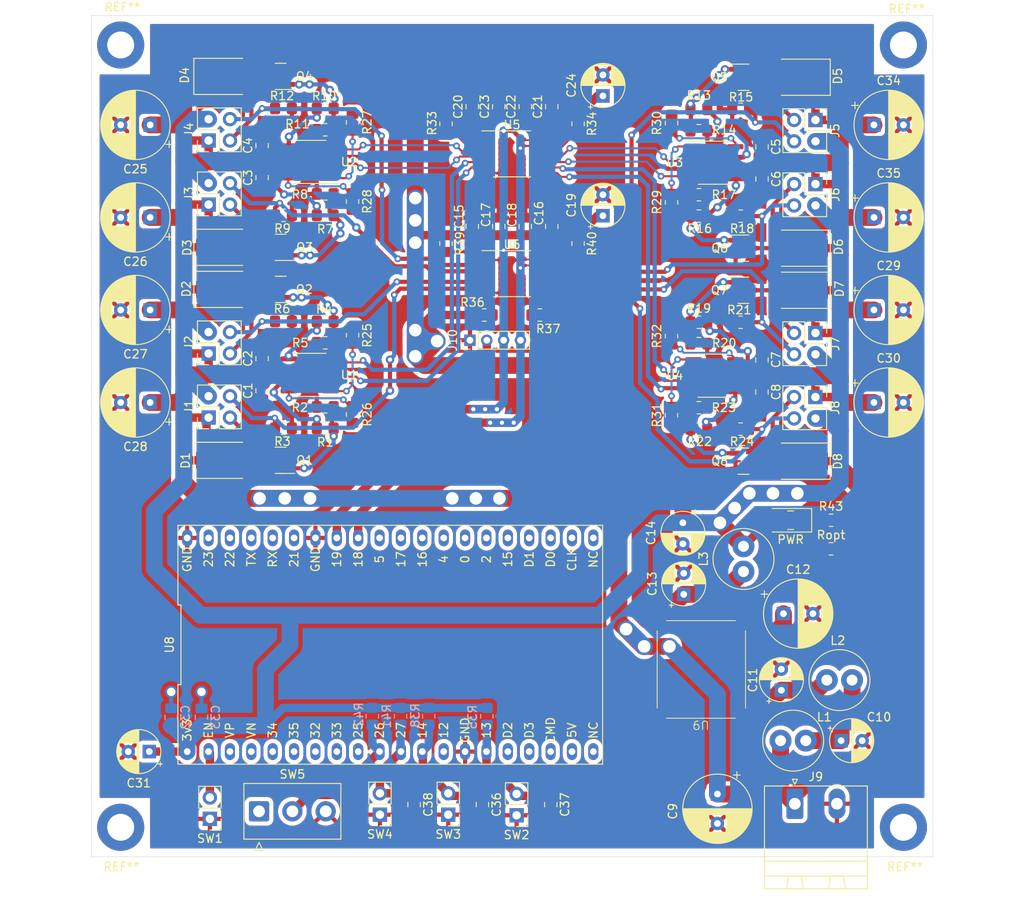
<source format=kicad_pcb>
(kicad_pcb (version 20221018) (generator pcbnew)
  (layers (0 "F.Cu" signal) (31 "B.Cu" signal) (34 "B.Paste" user) (35 "F.Paste" user) (36 "B.SilkS" user "B.Silkscreen") (37 "F.SilkS" user "F.Silkscreen") (38 "B.Mask" user) (39 "F.Mask" user) (44 "Edge.Cuts" user))
  (net 0 "")
  (net 1 "GND")
  (net 2 "+12V")
  (net 3 "Net-(C10-Pad1)")
  (net 4 "Net-(U9-VIN)")
  (net 5 "Net-(U9-VOUT)")
  (net 6 "Net-(D1-A)")
  (net 7 "Net-(D2-A)")
  (net 8 "Net-(D3-A)")
  (net 9 "Net-(D4-A)")
  (net 10 "Net-(D5-A)")
  (net 11 "Net-(D6-A)")
  (net 12 "Net-(D7-A)")
  (net 13 "Net-(D8-A)")
  (net 14 "Net-(Q1-G)")
  (net 15 "Net-(Q2-G)")
  (net 16 "Net-(Q3-G)")
  (net 17 "Net-(Q4-G)")
  (net 18 "Net-(Q5-G)")
  (net 19 "Net-(Q6-G)")
  (net 20 "Net-(Q7-G)")
  (net 21 "Net-(Q8-G)")
  (net 22 "Net-(U1-ENA)")
  (net 23 "Net-(U1-ENB)")
  (net 24 "Net-(U2-ENA)")
  (net 25 "Net-(U2-ENB)")
  (net 26 "Net-(U3-ENA)")
  (net 27 "Net-(U4-ENA)")
  (net 28 "Net-(U3-ENB)")
  (net 29 "Net-(U4-ENB)")
  (net 30 "Net-(U5-~INT)")
  (net 31 "Net-(U5-~RESET)")
  (net 32 "Net-(U6-~RESET)")
  (net 33 "Net-(U6-~INT)")
  (net 34 "Net-(U8-EN)")
  (net 64 "+3V3")
  (net 65 "/IOS/LOCK_DET0")
  (net 66 "/IOS/LOCK_DET1")
  (net 67 "/IOS/LOCK_DET2")
  (net 68 "/IOS/LOCK_DET3")
  (net 69 "/IOS/LOCK_DET4")
  (net 70 "/IOS/LOCK_DET5")
  (net 71 "/IOS/LOCK_DET6")
  (net 72 "/IOS/LOCK_DET7")
  (net 73 "/MCU/SDA")
  (net 74 "/MCU/SCL")
  (net 75 "/IOS/LOCK0")
  (net 76 "/IOS/LOCK1")
  (net 77 "/IOS/LOCK2")
  (net 78 "/IOS/LOCK3")
  (net 79 "/IOS/LOCK4")
  (net 80 "/IOS/LOCK5")
  (net 81 "/IOS/LOCK6")
  (net 82 "/IOS/LOCK7")
  (net 83 "/IOS/LOCK_EN1")
  (net 84 "/IOS/LOCK_EN0")
  (net 85 "/IOS/LOCK_EN3")
  (net 86 "/IOS/LOCK_EN2")
  (net 87 "/IOS/LOCK_EN5")
  (net 88 "/IOS/LOCK_EN4")
  (net 89 "/IOS/LOCK_EN7")
  (net 90 "/IOS/LOCK_EN6")
  (net 91 "/MCU/SELECT")
  (net 92 "/MCU/RIGHT")
  (net 93 "/MCU/LEFT")
  (net 94 "/MCU/~TEST_MODE")
  (net 95 "/IOS/LOCK_IN0")
  (net 96 "/IOS/LOCK_IN1")
  (net 97 "/IOS/LOCK_IN2")
  (net 98 "/IOS/LOCK_IN3")
  (net 99 "/IOS/LOCK_IN4")
  (net 100 "/IOS/LOCK_IN5")
  (net 101 "/IOS/LOCK_IN6")
  (net 102 "/IOS/LOCK_IN7")
  (net 103 "Net-(D9-K)")
  (footprint "Connector_PinHeader_2.54mm:PinHeader_1x02_P2.54mm_Vertical" (layer "F.Cu") (at 34.1 175.5 180)
    (fp_text reference "SW1")
    (fp_text value "SW_Push")
  )
  (footprint "Capacitor_THT:CP_Radial_D5.0mm_P2.50mm" (layer "F.Cu") (at 90.4 148.805113 90)
    (fp_text reference "C13")
    (fp_text value "10u")
  )
  (footprint "Package_SO:SOIC-8-1EP_3.9x4.9mm_P1.27mm_EP2.29x3mm" (layer "F.Cu") (at 45.95 122.717 180)
    (fp_text reference "U1")
    (fp_text value "IX4340NE")
  )
  (footprint "Package_SO:TSSOP-16_4.4x5mm_P0.65mm" (layer "F.Cu") (at 69.9975 96.4405)
    (fp_text reference "U5")
    (fp_text value "~")
  )
  (footprint "Resistor_SMD:R_0805_2012Metric_Pad1.20x1.40mm_HandSolder" (layer "F.Cu") (at 42.84 103.744501)
    (fp_text reference "R9")
    (fp_text value "3k3")
  )
  (footprint "Resistor_SMD:R_0805_2012Metric_Pad1.20x1.40mm_HandSolder" (layer "F.Cu") (at 92.2 91.144501)
    (fp_text reference "R13")
    (fp_text value "0")
  )
  (footprint "Resistor_SMD:R_0805_2012Metric_Pad1.20x1.40mm_HandSolder" (layer "F.Cu") (at 62.1525 92.878 -90)
    (fp_text reference "R33")
    (fp_text value "3k3")
  )
  (footprint "Capacitor_SMD:C_0805_2012Metric_Pad1.18x1.45mm_HandSolder" (layer "F.Cu") (at 58.36 173.8 -90)
    (fp_text reference "C38")
    (fp_text value "47u")
  )
  (footprint "Diode_SMD:D_SMB" (layer "F.Cu") (at 35.85 112.554501)
    (fp_text reference "D2")
    (fp_text value "US2D")
  )
  (footprint "Connector_PinHeader_2.54mm:PinHeader_2x02_P2.54mm_Vertical" (layer "F.Cu") (at 33.95 127.794501 90)
    (fp_text reference "J1")
    (fp_text value "Screw_Terminal_01x04")
  )
  (footprint "Capacitor_THT:CP_Radial_D5.0mm_P2.50mm" (layer "F.Cu") (at 109.1 166.2)
    (fp_text reference "C10")
    (fp_text value "10u")
  )
  (footprint "Connector_PinHeader_2.54mm:PinHeader_1x02_P2.54mm_Vertical" (layer "F.Cu") (at 70.54 175.075 180)
    (fp_text reference "SW2")
    (fp_text value "SW_Push")
  )
  (footprint "Capacitor_THT:CP_Radial_D8.0mm_P3.50mm" (layer "F.Cu") (at 113 104)
    (fp_text reference "C35")
    (fp_text value "330u")
  )
  (footprint "Connector_PinHeader_2.54mm:PinHeader_1x02_P2.54mm_Vertical" (layer "F.Cu") (at 62.42 175 180)
    (fp_text reference "SW3")
    (fp_text value "SW_Push")
  )
  (footprint "Capacitor_SMD:C_0805_2012Metric_Pad1.18x1.45mm_HandSolder" (layer "F.Cu") (at 99.7 95.618728 90)
    (fp_text reference "C5")
    (fp_text value "100n")
  )
  (footprint "Resistor_SMD:R_0805_2012Metric_Pad1.20x1.40mm_HandSolder" (layer "F.Cu") (at 42.84 129.064501)
    (fp_text reference "R3")
    (fp_text value "3k3")
  )
  (footprint "Resistor_SMD:R_0805_2012Metric_Pad1.20x1.40mm_HandSolder" (layer "F.Cu") (at 92.195 116.465)
    (fp_text reference "R19")
    (fp_text value "0")
  )
  (footprint "Diode_SMD:D_SMB" (layer "F.Cu") (at 104.145 132.975 180)
    (fp_text reference "D8")
    (fp_text value "US2D")
  )
  (footprint "MountingHole:MountingHole_3.2mm_M3_DIN965_Pad" (layer "F.Cu") (at 116.5 176.5)
    (fp_text reference "REF**")
    (fp_text value "MountingHole_3.2mm_M3_DIN965_Pad")
  )
  (footprint "Capacitor_SMD:C_0805_2012Metric_Pad1.18x1.45mm_HandSolder" (layer "F.Cu") (at 65.2725 105.071 90)
    (fp_text reference "C15")
    (fp_text value "100p")
  )
  (footprint "Package_SO:SOIC-8-1EP_3.9x4.9mm_P1.27mm_EP2.29x3mm" (layer "F.Cu") (at 94.045 122.812501)
    (fp_text reference "U4")
    (fp_text value "IX4340NE")
  )
  (footprint "Diode_SMD:D_SMB" (layer "F.Cu") (at 35.85 87.234501)
    (fp_text reference "D4")
    (fp_text value "US2D")
  )
  (footprint "Resistor_SMD:R_0805_2012Metric_Pad1.20x1.40mm_HandSolder" (layer "F.Cu") (at 47.8 93.584501 180)
    (fp_text reference "R11")
    (fp_text value "10k")
  )
  (footprint "Inductor_THT:L_Radial_D7.0mm_P3.00mm" (layer "F.Cu") (at 97.5 146.1 90)
    (fp_text reference "L3")
    (fp_text value "22u")
  )
  (footprint "Capacitor_THT:CP_Radial_D5.0mm_P2.50mm" (layer "F.Cu") (at 80.8 89.5595 90)
    (fp_text reference "C24")
    (fp_text value "100u")
  )
  (footprint "Resistor_SMD:R_0805_2012Metric_Pad1.20x1.40mm_HandSolder" (layer "F.Cu") (at 47.8 103.744501 180)
    (fp_text reference "R7")
    (fp_text value "0")
  )
  (footprint "Resistor_SMD:R_0805_2012Metric_Pad1.20x1.40mm_HandSolder" (layer "F.Cu") (at 47.8 129.064501 180)
    (fp_text reference "R1")
    (fp_text value "0")
  )
  (footprint "Capacitor_THT:CP_Radial_D5.0mm_P2.50mm" (layer "F.Cu") (at 80.8 103.8 90)
    (fp_text reference "C19")
    (fp_text value "100u")
  )
  (footprint "Capacitor_SMD:C_0805_2012Metric_Pad1.18x1.45mm_HandSolder" (layer "F.Cu") (at 65.2725 90.8305 90)
    (fp_text reference "C20")
    (fp_text value "100p")
  )
  (footprint "Capacitor_SMD:C_0805_2012Metric_Pad1.18x1.45mm_HandSolder" (layer "F.Cu") (at 74.7225 90.8305 90)
    (fp_text reference "C21")
    (fp_text value "100p")
  )
  (footprint "Connector_Phoenix_MSTB:PhoenixContact_MSTBA_2,5_2-G_1x02_P5.00mm_Horizontal" (layer "F.Cu") (at 103.6 173.7)
    (fp_text reference "J9")
    (fp_text value "Screw_Terminal_01x02")
  )
  (footprint "Capacitor_THT:CP_Radial_D8.0mm_P3.50mm" (layer "F.Cu") (at 113 93)
    (fp_text reference "C34")
    (fp_text value "330u")
  )
  (footprint "Capacitor_SMD:C_0805_2012Metric_Pad1.18x1.45mm_HandSolder" (layer "F.Cu") (at 40.3 95.460274 90)
    (fp_text reference "C4")
    (fp_text value "1u")
  )
  (footprint "Resistor_SMD:R_0805_2012Metric_Pad1.20x1.40mm_HandSolder" (layer "F.Cu") (at 47.8 101.204501 180)
    (fp_text reference "R8")
    (fp_text value "10k")
  )
  (footprint "Resistor_SMD:R_0805_2012Metric_Pad1.20x1.40mm_HandSolder" (layer "F.Cu") (at 97.155 129.165 180)
    (fp_text reference "R24")
    (fp_text value "3k3")
  )
  (footprint "devkits:AMSROL-783" (layer "F.Cu") (at 92.445 158.235001 180)
    (fp_text reference "U9")
    (fp_text value "~")
  )
  (footprint "Resistor_SMD:R_0805_2012Metric_Pad1.20x1.40mm_HandSolder" (layer "F.Cu") (at 47.8 118.904501 180)
    (fp_text reference "R5")
    (fp_text value "10k")
  )
  (footprint "Connector_PinHeader_2.54mm:PinHeader_2x02_P2.54mm_Vertical" (layer "F.Cu") (at 33.95 94.854501 90)
    (fp_text reference "J4")
    (fp_text value "Screw_Terminal_01x04")
  )
  (footprint "Resistor_SMD:R_0805_2012Metric_Pad1.20x1.40mm_HandSolder" (layer "F.Cu") (at 62.1525 107.1085 -90)
    (fp_text reference "R39")
    (fp_text value "3k3")
  )
  (footprint "Capacitor_SMD:C_0805_2012Metric_Pad1.18x1.45mm_HandSolder" (layer "F.Cu") (at 40.3 120.780274 90)
    (fp_text reference "C2")
    (fp_text value "1u")
  )
  (footprint "Resistor_SMD:R_0805_2012Metric_Pad1.20x1.40mm_HandSolder" (layer "F.Cu") (at 92.2 93.684501)
    (fp_text reference "R14")
    (fp_text value "10k")
  )
  (footprint "Connector_PinHeader_2.54mm:PinHeader_2x02_P2.54mm_Vertical" (layer "F.Cu") (at 106.05 92.414501 -90)
    (fp_text reference "J5")
    (fp_text value "Screw_Terminal_01x04")
  )
  (footprint "Resistor_SMD:R_0805_2012Metric_Pad1.20x1.40mm_HandSolder" (layer "F.Cu") (at 107.9 140)
    (fp_text reference "R43")
    (fp_text value "68")
  )
  (footprint "Capacitor_SMD:C_0805_2012Metric_Pad1.18x1.45mm_HandSolder" (layer "F.Cu") (at 99.695 120.939227 90)
    (fp_text reference "C7")
    (fp_text value "100n")
  )
  (footprint "Resistor_SMD:R_0805_2012Metric_Pad1.20x1.40mm_HandSolder" (layer "F.Cu") (at 77.8425 107.1085 -90)
    (fp_text reference "R40")
    (fp_text value "3k3")
  )
  (footprint "Resistor_SMD:R_0805_2012Metric_Pad1.20x1.40mm_HandSolder" (layer "F.Cu") (at 88.95 92.784501 -90)
    (fp_text reference "R30")
    (fp_text value "0")
  )
  (footprint "Capacitor_THT:CP_Radial_D8.0mm_P3.50mm" (layer "F.Cu") (at 27 126 180)
    (fp_text reference "C28")
    (fp_text value "330u")
  )
  (footprint "Capacitor_SMD:C_0805_2012Metric_Pad1.18x1.45mm_HandSolder" (layer "F.Cu") (at 68.4225 90.8305 90)
    (fp_text reference "C23")
    (fp_text value "47n")
  )
  (footprint "Connector_PinHeader_2.54mm:PinHeader_1x02_P2.54mm_Vertical" (layer "F.Cu") (at 54.3 175 180)
    (fp_text reference "SW4")
    (fp_text value "SW_Push")
  )
  (footprint "Resistor_SMD:R_0805_2012Metric_Pad1.20x1.40mm_HandSolder" (layer "F.Cu") (at 92.195 129.165)
    (fp_text reference "R22")
    (fp_text value "0")
  )
  (footprint "Resistor_SMD:R_0805_2012Metric_Pad1.20x1.40mm_HandSolder" (layer "F.Cu") (at 47.8 116.364501 180)
    (fp_text reference "R4")
    (fp_text value "0")
  )
  (footprint "MountingHole:MountingHole_3.2mm_M3_DIN965_Pad" (layer "F.Cu") (at 23.5 83.5)
    (fp_text reference "REF**")
    (fp_text value "MountingHole_3.2mm_M3_DIN965_Pad")
  )
  (footprint "Package_TO_SOT_SMD:SOT-23" (layer "F.Cu") (at 42.5075 87.234501 180)
    (fp_text reference "Q4")
    (fp_text value "BSS306NH")
  )
  (footprint "Package_TO_SOT_SMD:SOT-23" (layer "F.Cu") (at 42.5075 112.554501 180)
    (fp_text reference "Q2")
    (fp_text value "BSS306NH")
  )
  (footprint "Package_TO_SOT_SMD:SOT-23" (layer "F.Cu") (at 42.5075 132.874501 180)
    (fp_text reference "Q1")
    (fp_text value "BSS306NH")
  )
  (footprint "Connector_PinHeader_2.54mm:PinHeader_2x02_P2.54mm_Vertical" (layer "F.Cu") (at 106.05 100.034501 -90)
    (fp_text reference "J6")
    (fp_text value "Screw_Terminal_01x04")
  )
  (footprint "Resistor_SMD:R_0805_2012Metric_Pad1.20x1.40mm_HandSolder" (layer "F.Cu") (at 51.05 127.424501 90)
    (fp_text reference "R26")
    (fp_text value "0")
  )
  (footprint "Capacitor_THT:CP_Radial_D5.0mm_P2.50mm" (layer "F.Cu") (at 102 160.205113 90)
    (fp_text reference "C11")
    (fp_text value "10u")
  )
  (footprint "Resistor_SMD:R_0805_2012Metric_Pad1.20x1.40mm_HandSolder" (layer "F.Cu") (at 97.16 91.144501 180)
    (fp_text reference "R15")
    (fp_text value "3k3")
  )
  (footprint "Capacitor_SMD:C_0805_2012Metric_Pad1.18x1.45mm_HandSolder" (layer "F.Cu") (at 74.6 173.8 -90)
    (fp_text reference "C37")
    (fp_text value "47u")
  )
  (footprint "devkits:ESP32_DevkitC_ExtraPins" (layer "F.Cu") (at 54.26 154.8 90)
    (fp_text reference "U8")
    (fp_text value "ESP32DevKitCV4")
  )
  (footprint "Connector_PinHeader_2.54mm:PinHeader_2x02_P2.54mm_Vertical" (layer "F.Cu") (at 33.95 120.174501 90)
    (fp_text reference "J2")
    (fp_text value "Screw_Terminal_01x04")
  )
  (footprint "Resistor_SMD:R_0805_2012Metric_Pad1.20x1.40mm_HandSolder" (layer "F.Cu") (at 42.84 116.364501)
    (fp_text reference "R6")
    (fp_text value "3k3")
  )
  (footprint "Resistor_SMD:R_0805_2012Metric_Pad1.20x1.40mm_HandSolder" (layer "F.Cu") (at 92.195 126.625)
    (fp_text reference "R23")
    (fp_text value "10k")
  )
  (footprint "Capacitor_SMD:C_0805_2012Metric_Pad1.18x1.45mm_HandSolder" (layer "F.Cu") (at 71.5725 90.8305 90)
    (fp_text reference "C22")
    (fp_text value "47n")
  )
  (footprint "Package_TO_SOT_SMD:SOT-23" (layer "F.Cu") (at 97.4875 112.655)
    (fp_text reference "Q7")
    (fp_text value "BSS306NH")
  )
  (footprint "Package_TO_SOT_SMD:SOT-23" (layer "F.Cu") (at 97.4925 107.654501)
    (fp_text reference "Q6")
    (fp_text value "BSS306NH")
  )
  (footprint "LED_SMD:LED_PLCC-2_3x2mm_KA" (layer "F.Cu") (at 103.1 140 180)
    (fp_text reference "PWR")
    (fp_text value "LED")
  )
  (footprint "Resistor_SMD:R_0805_2012Metric_Pad1.20x1.40mm_HandSolder" (layer "F.Cu") (at 73.3 115.6 180)
    (fp_text reference "R37")
    (fp_text value "3k3")
  )
  (footprint "Connector_PinHeader_2.54mm:PinHeader_2x02_P2.54mm_Vertical" (layer "F.Cu") (at 106.045 117.735 -90)
    (fp_text reference "J7")
    (fp_text value "Screw_Terminal_01x04")
  )
  (footprint "Capacitor_THT:CP_Radial_D8.0mm_P3.50mm" (layer "F.Cu") (at 27 115 180)
    (fp_text reference "C27")
    (fp_text value "330u")
  )
  (footprint "Resistor_SMD:R_0805_2012Metric_Pad1.20x1.40mm_HandSolder" (layer "F.Cu") (at 97.16 103.844501 180)
    (fp_text reference "R18")
    (fp_text value "3k3")
  )
  (footprint "Resistor_SMD:R_0805_2012Metric_Pad1.20x1.40mm_HandSolder" (layer "F.Cu") (at 97.155 116.465 180)
    (fp_text reference "R21")
    (fp_text value "3k3")
  )
  (footprint "Resistor_SMD:R_0805_2012Metric_Pad1.20x1.40mm_HandSolder" (layer "F.Cu") (at 51.05 118.004501 90)
    (fp_text reference "R25")
    (fp_text value "0")
  )
  (footprint "Diode_SMD:D_SMB" (layer "F.Cu") (at 35.85 107.554501)
    (fp_text reference "D3")
    (fp_text value "US2D")
  )
  (footprint "Capacitor_SMD:C_0805_2012Metric_Pad1.18x1.45mm_HandSolder" (layer "F.Cu") (at 71.5725 105.071 90)
    (fp_text reference "C18")
    (fp_text value "47n")
  )
  (footprint "Resistor_SMD:R_0805_2012Metric_Pad1.20x1.40mm_HandSolder" (layer "F.Cu") (at 88.95 102.204501 -90)
    (fp_text reference "R29")
    (fp_text value "0")
  )
  (footprint "Capacitor_SMD:C_0805_2012Metric_Pad1.18x1.45mm_HandSolder" (layer "F.Cu") (at 40.3 99.270274 -90)
    (fp_text reference "C3")
    (fp_text value "100n")
  )
  (footprint "Diode_SMD:D_SMB" (layer "F.Cu") (at 104.15 87.334501 180)
    (fp_text reference "D5")
    (fp_text value "US2D")
  )
  (footprint "Package_SO:TSSOP-16_4.4x5mm_P0.65mm" (layer "F.Cu") (at 69.9975 110.681)
    (fp_text reference "U6")
    (fp_text value "~")
  )
  (footprint "Capacitor_THT:CP_Radial_D8.0mm_P3.50mm" (layer "F.Cu") (at 27 104 180)
    (fp_text reference "C26")
    (fp_text value "330u")
  )
  (footprint "Capacitor_SMD:C_0805_2012Metric_Pad1.18x1.45mm_HandSolder" (layer "F.Cu") (at 66.48 173.8 -90)
    (fp_text reference "C36")
    (fp_text value "47u")
  )
  (footprint "Resistor_SMD:R_0805_2012Metric_Pad1.20x1.40mm_HandSolder" (layer "F.Cu") (at 107.9 143.4)
    (fp_text reference "Ropt")
    (fp_text value "330")
  )
  (footprint "Diode_SMD:D_SMB" (layer "F.Cu") (at 104.15 107.654501 180)
    (fp_text reference "D6")
    (fp_text value "US2D")
  )
  (footprint "Package_TO_SOT_SMD:SOT-23" (layer "F.Cu") (at 97.4925 87.334501)
    (fp_text reference "Q5")
    (fp_text value "BSS306NH")
  )
  (footprint "Resistor_SMD:R_0805_2012Metric_Pad1.20x1.40mm_HandSolder" (layer "F.Cu") (at 51.05 92.684501 90)
    (fp_text reference "R27")
    (fp_text value "0")
  )
  (footprint "Package_TO_SOT_SMD:SOT-23" (layer "F.Cu") (at 42.5075 107.554501 180)
    (fp_text reference "Q3")
    (fp_text value "BSS306NH")
  )
  (footprint "MountingHole:MountingHole_3.2mm_M3_DIN965_Pad" (layer "F.Cu") (at 116.5 83.5)
    (fp_text reference "REF**")
    (fp_text value "MountingHole_3.2mm_M3_DIN965_Pad")
  )
  (footprint "Capacitor_THT:CP_Radial_D8.0mm_P3.50mm" (layer "F.Cu") (at 113 126)
    (fp_text reference "C30")
    (fp_text value "330u")
  )
  (footprint "Package_SO:SOIC-8-1EP_3.9x4.9mm_P1.27mm_EP2.29x3mm" (layer "F.Cu") (at 45.95 97.397 180)
    (fp_text reference "U2")
    (fp_text value "IX4340NE")
  )
  (footprint "Package_SO:SOIC-8-1EP_3.9x4.9mm_P1.27mm_EP2.29x3mm" (layer "F.Cu") (at 94.05 97.492002)
    (fp_text reference "U3")
    (fp_text value "IX4340NE")
  )
  (footprint "Capacitor_THT:CP_Radial_D5.0mm_P2.50mm" (layer "F.Cu") (at 90.3 140.3 -90)
    (fp_text reference "C14")
    (fp_text value "10u")
  )
  (footprint "Inductor_THT:L_Radial_D7.0mm_P3.00mm" (layer "F.Cu") (at 110.4 159 180)
    (fp_text reference "L2")
    (fp_text value "22u")
  )
  (footprint "Resistor_SMD:R_0805_2012Metric_Pad1.20x1.40mm_HandSolder" (layer "F.Cu") (at 47.8 126.524501 180)
    (fp_text reference "R2")
    (fp_text value "10k")
  )
  (footprint "Capacitor_SMD:C_0805_2012Metric_Pad1.18x1.45mm_HandSolder" (layer "F.Cu") (at 74.7225 105.071 90)
    (fp_text reference "C16")
    (fp_text value "100p")
  )
  (footprint "Capacitor_THT:CP_Radial_D8.0mm_P3.50mm" (layer "F.Cu") (at 113 115)
    (fp_text reference "C29")
    (fp_text value "330u")
  )
  (footprint "Resistor_SMD:R_0805_2012Metric_Pad1.20x1.40mm_HandSolder" (layer "F.Cu") (at 47.8 91.044501 180)
    (fp_text reference "R10")
    (fp_text value "0")
  )
  (footprint "Capacitor_SMD:C_0805_2012Metric_Pad1.18x1.45mm_HandSolder" (layer "F.Cu") (at 40.3 124.590274 -90)
    (fp_text reference "C1")
    (fp_text value "100n")
  )
  (footprint "Diode_SMD:D_SMB" (layer "F.Cu") (at 104.145 112.655 180)
    (fp_text reference "D7")
    (fp_text value "US2D")
  )
  (footprint "Capacitor_SMD:C_0805_2012Metric_Pad1.18x1.45mm_HandSolder" (layer "F.Cu") (at 68.4225 105.071 90)
    (fp_text reference "C17")
    (fp_text value "47n")
  )
  (footprint "Resistor_SMD:R_0805_2012Metric_Pad1.20x1.40mm_HandSolder" (layer "F.Cu") (at 92.195 119.005)
    (fp_text reference "R20")
    (fp_text value "10k")
  )
  (footprint "Capacitor_SMD:C_0805_2012Metric_Pad1.18x1.45mm_HandSolder" (layer "F.Cu") (at 99.7 99.428728 -90)
    (fp_text reference "C6")
    (fp_text value "1u")
  )
  (footprint "Resistor_SMD:R_0805_2012Metric_Pad1.20x1.40mm_HandSolder" (layer "F.Cu") (at 77.8425 92.868 -90)
    (fp_text reference "R34")
    (fp_text value "3k3")
  )
  (footprint "Resistor_SMD:R_0805_2012Metric_Pad1.20x1.40mm_HandSolder" (layer "F.Cu") (at 88.945 118.105 -90)
    (fp_text reference "R32")
    (fp_text value "0")
  )
  (footprint "Connector_PinHeader_2.00mm:PinHeader_1x04_P2.00mm_Vertical" (layer "F.Cu") (at 65 118.6 90)
    (fp_text reference "J10")
    (fp_text value "Conn_01x04_Pin")
  )
  (footprint "Resistor_SMD:R_0805_2012Metric_Pad1.20x1.40mm_HandSolder" (layer "F.Cu") (at 66.7 115.6)
    (fp_text reference "R36")
    (fp_text value "3k3")
  )
  (footprint "Resistor_SMD:R_0805_2012Metric_Pad1.20x1.40mm_HandSolder" (layer "F.Cu") (at 92.2 103.844501)
    (fp_text reference "R16")
    (fp_text value "0")
  )
  (footprint "Package_TO_SOT_SMD:SOT-23" (layer "F.Cu") (at 97.4875 132.975)
    (fp_text reference "Q8")
    (fp_text value "BSS306NH")
  )
  (footprint "Connector_PinHeader_2.54mm:PinHeader_2x02_P2.54mm_Vertical" (layer "F.Cu") (at 33.95 102.469501 90)
    (fp_text reference "J3")
    (fp_text value "Screw_Terminal_01x04")
  )
  (footprint "Capacitor_SMD:C_0805_2012Metric_Pad1.18x1.45mm_HandSolder" (layer "F.Cu") (at 99.695 124.749227 -90)
    (fp_text reference "C8")
    (fp_text value "1u")
  )
  (footprint "MountingHole:MountingHole_3.2mm_M3_DIN965_Pad" (layer "F.Cu") (at 23.5 176.5)
    (fp_text reference "REF**")
    (fp_text value "MountingHole_3.2mm_M3_DIN965_Pad")
  )
  (footprint "Resistor_SMD:R_0805_2012Metric_Pad1.20x1.40mm_HandSolder" (layer "F.Cu") (at 51.05 102.104501 90)
    (fp_text reference "R28")
    (fp_text value "0")
  )
  (footprint "Resistor_SMD:R_0805_2012Metric_Pad1.20x1.40mm_HandSolder" (layer "F.Cu") (at 88.945 127.525 -90)
    (fp_text reference "R31")
    (fp_text value "0")
  )
  (footprint "Inductor_THT:L_Radial_D7.0mm_P3.00mm" (layer "F.Cu") (at 101.9 166.2)
    (fp_text reference "L1")
    (fp_text value "82u")
  )
  (footprint "Capacitor_THT:CP_Radial_D8.0mm_P3.50mm" (layer "F.Cu") (at 27 93 180)
    (fp_text reference "C25")
    (fp_text value "330u")
  )
  (footprint "Connector_PinHeader_2.54mm:PinHeader_2x02_P2.54mm_Vertical" (layer "F.Cu") (at 106.045 125.355 -90)
    (fp_text reference "J8")
    (fp_text value "Screw_Terminal_01x04")
  )
  (footprint "Capacitor_THT:CP_Radial_D8.0mm_P3.50mm" (layer "F.Cu") (at 102.247349 151.1)
    (fp_text reference "C12")
    (fp_text value "330u")
  )
  (footprint "Resistor_SMD:R_0805_2012Metric_Pad1.20x1.40mm_HandSolder" (layer "F.Cu") (at 42.84 91.044501)
    (fp_text reference "R12")
    (fp_text value "3k3")
  )
  (footprint "Capacitor_THT:CP_Radial_D5.0mm_P2.50mm" (layer "F.Cu") (at 26.9 167.5 180)
    (fp_text reference "C31")
    (fp_text value "100u")
  )
  (footprint "Diode_SMD:D_SMB" (layer "F.Cu") (at 35.85 132.874501)
    (fp_text reference "D1")
    (fp_text value "US2D")
  )
  (footprint "Connector_TE-Connectivity:TE_826576-3_1x03_P3.96mm_Vertical" (layer "F.Cu") (at 39.94 174.6)
    (fp_text reference "SW5")
    (fp_text value "SW_SPDT")
  )
  (footprint "Resistor_SMD:R_0805_2012Metric_Pad1.20x1.40mm_HandSolder" (layer "F.Cu") (at 92.2 101.304501)
    (fp_text reference "R17")
    (fp_text value "10k")
  )
  (footprint "Capacitor_THT:CP_Radial_D8.0mm_P3.50mm" (layer "F.Cu") (at 94.4 172.547349 -90)
    (fp_text reference "C9")
    (fp_text value "330u")
  )
  (footprint "Resistor_SMD:R_0805_2012Metric_Pad1.20x1.40mm_HandSolder" (layer "B.Cu") (at 67 163.3 90)
    (fp_text reference "R35")
    (fp_text value "10k")
  )
  (footprint "Capacitor_SMD:C_0805_2012Metric_Pad1.18x1.45mm_HandSolder" (layer "B.Cu") (at 29.5 163.4 90)
    (fp_text reference "C32")
    (fp_text value "47n")
  )
  (footprint "Resistor_SMD:R_0805_2012Metric_Pad1.20x1.40mm_HandSolder" (layer "B.Cu") (at 60.1 163.3 90)
    (fp_text reference "R38")
    (fp_text value "10k")
  )
  (footprint "Resistor_SMD:R_0805_2012Metric_Pad1.20x1.40mm_HandSolder" (layer "B.Cu") (at 53.4 163.3 -90)
    (fp_text reference "R42")
    (fp_text value "3k3")
  )
  (footprint "Resistor_SMD:R_0805_2012Metric_Pad1.20x1.40mm_HandSolder" (layer "B.Cu") (at 56.75 163.3 -90)
    (fp_text reference "R41")
    (fp_text value "10k")
  )
  (footprint "Capacitor_SMD:C_0805_2012Metric_Pad1.18x1.45mm_HandSolder" (layer "B.Cu") (at 33.1 163.4 90)
    (fp_text reference "C33")
    (fp_text value "100p")
  )
  (gr_line locked (start 120 80) (end 20 80) (stroke (width 0.05)) (layer "Edge.Cuts"))
  (gr_line locked (start 20 80) (end 20 180) (stroke (width 0.05)) (layer "Edge.Cuts"))
  (gr_line locked (start 120 180) (end 120 80) (stroke (width 0.05)) (layer "Edge.Cuts"))
  (gr_line locked (start 20 180) (end 120 180) (stroke (width 0.05)) (layer "Edge.Cuts"))
  (segment (start 67.135 109.056) (end 68.456 109.056) (width 0.25) (layer "F.Cu") (net 1))
  (segment (start 67.135 112.956) (end 68.656 112.956) (width 0.25) (layer "F.Cu") (net 1))
  (segment (start 68.3845 98.7155) (end 68.4 98.7) (width 0.25) (layer "F.Cu") (net 1))
  (segment (start 68.456 109.056) (end 68.6 109.2) (width 0.25) (layer "F.Cu") (net 1))
  (segment (start 68.7 113) (end 68.656 112.956) (width 0.25) (layer "F.Cu") (net 1))
  (segment (start 67.135 98.7155) (end 68.3 98.7155) (width 0.25) (layer "F.Cu") (net 1))
  (via (at 33.1 160.4) (size 1.5) (drill 1) (layers "F.Cu" "B.Cu") (net 1))
  (via (at 29.5 160.4) (size 1.5) (drill 1) (layers "F.Cu" "B.Cu") (net 1))
  (segment (start 29.5 162.3625) (end 29.5 160.4) (width 0.5) (layer "B.Cu") (net 1))
  (segment (start 33.1 162.3625) (end 33.1 160.4) (width 0.5) (layer "B.Cu") (net 1))
  (segment (start 33.95 97.394501) (end 37.76 97.394501) (width 2) (layer "F.Cu") (net 2))
  (segment (start 98.8 172.547349) (end 102.447349 172.547349) (width 2) (layer "F.Cu") (net 2))
  (segment (start 33.7 112.554501) (end 31.78 112.554501) (width 1) (layer "F.Cu") (net 2))
  (segment (start 31 92.8) (end 31 94.854501) (width 2) (layer "F.Cu") (net 2))
  (segment (start 109.3 93) (end 109 93.3) (width 2) (layer "F.Cu") (net 2))
  (segment (start 33.7 87.234501) (end 31.78 87.234501) (width 1) (layer "F.Cu") (net 2))
  (segment (start 108.995 120.255) (end 108.995 117.8) (width 2) (layer "F.Cu") (net 2))
  (segment (start 65.7 137.4) (end 68.5 137.4) (width 2) (layer "F.Cu") (net 2))
  (segment (start 31.005499 127.794501) (end 31 127.8) (width 1) (layer "F.Cu") (net 2))
  (segment (start 108.215 132.975) (end 108.995 133.755) (width 1) (layer "F.Cu") (net 2))
  (segment (start 108.96 97.494501) (end 109 97.534501) (width 2) (layer "F.Cu") (net 2))
  (segment (start 33.7 128.044501) (end 33.95 127.794501) (width 1) (layer "F.Cu") (net 2))
  (segment (start 108.5 87.334501) (end 109 87.834501) (width 1) (layer "F.Cu") (net 2))
  (segment (start 99.7 96.656228) (end 99.7 98.391228) (width 2) (layer "F.Cu") (net 2))
  (segment (start 62.9 137.4) (end 65.7 137.4) (width 2) (layer "F.Cu") (net 2))
  (segment (start 31.5 107.554501) (end 31 107.054501) (width 1) (layer "F.Cu") (net 2))
  (segment (start 31 113.554501) (end 31 115.4) (width 2) (layer "F.Cu") (net 2))
  (segment (start 39.461727 97.394501) (end 40.3 98.232774) (width 2) (layer "F.Cu") (net 2))
  (segment (start 85.7 155) (end 85.6 155) (width 2) (layer "F.Cu") (net 2))
  (segment (start 33.95 97.394501) (end 31.04 97.394501) (width 2) (layer "F.Cu") (net 2))
  (segment (start 106.295 132.975) (end 108.215 132.975) (width 1) (layer "F.Cu") (net 2))
  (segment (start 106.05 97.494501) (end 108.96 97.494501) (width 2) (layer "F.Cu") (net 2))
  (segment (start 108.22 107.654501) (end 109 108.434501) (width 1) (layer "F.Cu") (net 2))
  (segment (start 108.985499 92.414501) (end 109 92.4) (width 1) (layer "F.Cu") (net 2))
  (segment (start 106.045 125.355) (end 106.045 122.815) (width 1) (layer "F.Cu") (net 2))
  (segment (start 108.93 117.735) (end 108.995 117.8) (width 1) (layer "F.Cu") (net 2))
  (segment (start 109 100.034501) (end 109 97.534501) (width 2) (layer "F.Cu") (net 2))
  (segment (start 106.045 117.735) (end 108.93 117.735) (width 1) (layer "F.Cu") (net 2))
  (segment (start 103.6 172.6) (end 103.6 173.7) (width 2) (layer "F.Cu") (net 2))
  (segment (start 33.95 94.854501) (end 31 94.854501) (width 1) (layer "F.Cu") (net 2))
  (segment (start 101.9 172) (end 101.9 166.2) (width 2) (layer "F.Cu") (net 2))
  (segment (start 106.3 107.654501) (end 108.22 107.654501) (width 1) (layer "F.Cu") (net 2))
  (segment (start 33.95 102.469501) (end 31.030499 102.469501) (width 1) (layer "F.Cu") (net 2))
  (segment (start 33.95 122.714501) (end 31.04 122.714501) (width 2) (layer "F.Cu") (net 2))
  (segment (start 31 99.954501) (end 31 102.5) (width 2) (layer "F.Cu") (net 2))
  (segment (start 82.7 152.1) (end 83.55 152.95) (width 2) (layer "F.Cu") (net 2))
  (segment (start 27 104) (end 30.9 104) (width 2) (layer "F.Cu") (net 2))
  (segment (start 113.4 170) (end 106.2 170) (width 2) (layer "F.Cu") (net 2))
  (segment (start 30.6 115) (end 31 115.4) (width 2) (layer "F.Cu") (net 2))
  (segment (start 40.564226 96.762) (end 40.3 96.497774) (width 0.5) (layer "F.Cu") (net 2))
  (segment (start 33.95 120.174501) (end 33.95 122.714501) (width 1) (layer "F.Cu") (net 2))
  (segment (start 33.95 107.304501) (end 33.7 107.554501) (width 1) (layer "F.Cu") (net 2))
  (segment (start 31 111.774501) (end 31 113.554501) (width 2) (layer "F.Cu") (net 2))
  (segment (start 106.05 92.414501) (end 108.985499 92.414501) (width 1) (layer "F.Cu") (net 2))
  (segment (start 85.7 155) (end 88.7 155) (width 2) (layer "F.Cu") (net 2))
  (segment (start 102.24 97.494501) (end 100.596727 97.494501) (width 2) (layer "F.Cu") (net 2))
  (segment (start 31 125.274501) (end 31 127.8) (width 2) (layer "F.Cu") (net 2))
  (segment (start 33.95 94.854501) (end 33.95 97.394501) (width 1) (layer "F.Cu") (net 2))
  (segment (start 39.403273 97.394501) (end 40.3 96.497774) (width 2) (layer "F.Cu") (net 2))
  (segment (start 40.564226 122.082) (end 40.3 121.817774) (width 0.5) (layer "F.Cu") (net 2))
  (segment (start 33.7 132.874501) (end 33.7 128.044501) (width 1) (layer "F.Cu") (net 2))
  (segment (start 100.596727 97.494501) (end 99.7 98.391228) (width 2) (layer "F.Cu") (net 2))
  (segment (start 109 108.434501) (end 109 103.9) (width 2) (layer "F.Cu") (net 2))
  (segment (start 31 127.8) (end 31 132.374501) (width 2) (layer "F.Cu") (net 2))
  (segment (start 31 102.5) (end 31 104.1) (width 2) (layer "F.Cu") (net 2))
  (segment (start 113 93) (end 109.3 93) (width 2) (layer "F.Cu") (net 2))
  (segment (start 39.461727 122.714501) (end 40.3 123.552774) (width 2) (layer "F.Cu") (net 2))
  (segment (start 106.05 92.414501) (end 106.05 87.584501) (width 1) (layer "F.Cu") (net 2))
  (segment (start 31 104.1) (end 31 107.054501) (width 2) (layer "F.Cu") (net 2))
  (segment (start 109 94.934501) (end 109 93.3) (width 2) (layer "F.Cu") (net 2))
  (segment (start 33.95 120.174501) (end 31 120.174501) (width 1) (layer "F.Cu") (net 2))
  (segment (start 37.76 122.714501) (end 39.403273 122.714501) (width 2) (layer "F.Cu") (net 2))
  (segment (start 102.447349 172.547349) (end 103.6 173.7) (width 2) (layer "F.Cu") (net 2))
  (segment (start 106.045 122.815) (end 102.235 122.815) (width 2) (layer "F.Cu") (net 2))
  (segment (start 108.995 114.8) (end 108.995 113.155) (width 2) (layer "F.Cu") (net 2))
  (segment (start 31 94.854501) (end 31 97.354501) (width 2) (layer "F.Cu") (net 2))
  (segment (start 43.475 122.082) (end 40.564226 122.082) (width 0.5) (layer "F.Cu") (net 2))
  (segment (start 100.538273 97.494501) (end 99.7 96.656228) (width 2) (layer "F.Cu") (net 2))
  (segment (start 27 93) (end 30.8 93) (width 2) (layer "F.Cu") (net 2))
  (segment (start 37.76 97.394501) (end 39.403273 97.394501) (width 2) (layer "F.Cu") (net 2))
  (segment (start 27 115) (end 30.6 115) (width 2) (layer "F.Cu") (net 2))
  (segment (start 33.7 132.874501) (end 31.5 132.874501) (width 1) (layer "F.Cu") (net 2))
  (segment (start 31.04 97.394501) (end 31 97.354501) (width 2) (layer "F.Cu") (net 2))
  (segment (start 39.403273 122.714501) (end 40.3 121.817774) (width 2) (layer "F.Cu") (net 2))
  (segment (start 33.95 122.714501) (end 37.76 122.714501) (width 2) (layer "F.Cu") (net 2))
  (segment (start 106.295 112.655) (end 108.495 112.655) (width 1) (layer "F.Cu") (net 2))
  (segment (start 33.95 127.794501) (end 31.005499 127.794501) (width 1) (layer "F.Cu") (net 2))
  (segment (start 113 126) (end 109.64 126) (width 2) (layer "F.Cu") (net 2))
  (segment (start 109.195 115) (end 108.995 114.8) (width 2) (layer "F.Cu") (net 2))
  (segment (start 106.045 122.815) (end 108.955 122.815) (width 2) (layer "F.Cu") (net 2))
  (segment (start 102.235 122.815) (end 100.591727 122.815) (width 2) (layer "F.Cu") (net 2))
  (segment (start 103.6 173.7) (end 101.9 172) (width 2) (layer "F.Cu") (net 2))
  (segment (start 31 132.374501) (end 31 134.074501) (width 2) (layer "F.Cu") (net 2))
  (segment (start 106.045 125.355) (end 108.995 125.355) (width 1) (layer "F.Cu") (net 2))
  (segment (start 37.76 97.394501) (end 39.461727 97.394501) (width 2) (layer "F.Cu") (net 2))
  (segment (start 31.5 132.874501) (end 31 132.374501) (width 1) (layer "F.Cu") (net 2))
  (segment (start 108.995 125.355) (end 108.995 122.855) (width 2) (layer "F.Cu") (net 2))
  (segment (start 68.5 137.4) (end 80.1 137.4) (width 2) (layer "F.Cu") (net 2))
  (segment (start 108.995 113.155) (end 108.995 108.439501) (width 2) (layer "F.Cu") (net 2))
  (segment (start 31 120.174501) (end 31 122.674501) (width 2) (layer "F.Cu") (net 2))
  (segment (start 31 122.674501) (end 31 125.274501) (width 2) (layer "F.Cu") (net 2))
  (segment (start 116.9 166.5) (end 113.4 170) (width 2) (layer "F.Cu") (net 2))
  (segment (start 99.435774 98.127002) (end 99.7 98.391228) (width 0.5) (layer "F.Cu") (net 2))
  (segment (start 106.05 97.494501) (end 102.24 97.494501) (width 2) (layer "F.Cu") (net 2))
  (segment (start 109 93.3) (end 109 92.4) (width 2) (layer "F.Cu") (net 2))
  (segment (start 30.9 104) (end 31 104.1) (width 2) (layer "F.Cu") (net 2))
  (segment (start 113 115) (end 109.195 115) (width 2) (layer "F.Cu") (net 2))
  (segment (start 106.045 117.735) (end 106.045 112.905) (width 1) (layer "F.Cu") (net 2))
  (segment (start 109 97.534501) (end 109 94.934501) (width 2) (layer "F.Cu") (net 2))
  (segment (start 108.995 133.755) (end 108.995 125.355) (width 2) (layer "F.Cu") (net 2))
  (segment (start 82.7 152.1) (end 85.6 155) (width 2) (layer "F.Cu") (net 2))
  (segment (start 108.955 122.815) (end 108.995 122.855) (width 2) (layer "F.Cu") (net 2))
  (segment (start 31.78 87.234501) (end 31 86.454501) (width 1) (layer "F.Cu") (net 2))
  (segment (start 100.591727 122.815) (end 99.695 123.711727) (width 2) (layer "F.Cu") (net 2))
  (segment (start 108.995 122.855) (end 108.995 120.255) (width 2) (layer "F.Cu") (net 2))
  (segment (start 31 115.4) (end 31 120.174501) (width 2) (layer "F.Cu") (net 2))
  (segment (start 109.64 126) (end 108.995 125.355) (width 2) (layer "F.Cu") (net 2))
  (segment (start 31.030499 102.469501) (end 31 102.5) (width 1) (layer "F.Cu") (net 2))
  (segment (start 31 135.5) (end 32.9 137.4) (width 2) (layer "F.Cu") (net 2))
  (segment (start 82.7 140) (end 82.7 152.1) (width 2) (layer "F.Cu") (net 2))
  (segment (start 109 92.4) (end 109 87.834501) (width 2) (layer "F.Cu") (net 2))
  (segment (start 43.475 96.762) (end 40.564226 96.762) (width 0.5) (layer "F.Cu") (net 2))
  (segment (start 36.5 137.4) (end 40 137.4) (width 2) (layer "F.Cu") (net 2))
  (segment (start 80.1 137.4) (end 82.7 140) (width 2) (layer "F.Cu") (net 2))
  (segment (start 40.3 98.232774) (end 40.3 96.497774) (width 2) (layer "F.Cu") (net 2))
  (segment (start 36.5 137.4) (end 46 137.4) (width 2) (layer "F.Cu") (net 2))
  (segment (start 116.9 141.66) (end 116.9 166.5) (width 2) (layer "F.Cu") (net 2))
  (segment (start 40.3 123.552774) (end 40.3 121.817774) (width 2) (layer "F.Cu") (net 2))
  (segment (start 109.1 104) (end 109 103.9) (width 2) (layer "F.Cu") (net 2))
  (segment (start 99.430774 123.447501) (end 99.695 123.711727) (width 0.5) (layer "F.Cu") (net 2))
  (segment (start 108.995 133.755) (end 116.9 141.66) (width 2) (layer "F.Cu") (net 2))
  (segment (start 31 97.354501) (end 31 99.954501) (width 2) (layer "F.Cu") (net 2))
  (segment (start 31 134.074501) (end 31 135.5) (width 2) (layer "F.Cu") (net 2))
  (segment (start 96.52 123.447501) (end 99.430774 123.447501) (width 0.5) (layer "F.Cu") (net 2))
  (segment (start 109 103.9) (end 109 100.034501) (width 2) (layer "F.Cu") (net 2))
  (segment (start 99.695 121.976727) (end 99.695 123.711727) (width 2) (layer "F.Cu") (net 2))
  (segment (start 30.8 93) (end 31 92.8) (width 2) (layer "F.Cu") (net 2))
  (segment (start 31 86.454501) (end 31 92.8) (width 2) (layer "F.Cu") (net 2))
  (segment (start 106.05 100.034501) (end 109 100.034501) (width 1) (layer "F.Cu") (net 2))
  (segment (start 113 104) (end 109.1 104) (width 2) (layer "F.Cu") (net 2))
  (segment (start 108.995 108.439501) (end 109 108.434501) (width 2) (layer "F.Cu") (net 2))
  (segment (start 30.274501 126) (end 31 125.274501) (width 2) (layer "F.Cu") (net 2))
  (segment (start 31 113.554501) (end 31 107.054501) (width 2) (layer "F.Cu") (net 2))
  (segment (start 31.78 112.554501) (end 31 111.774501) (width 1) (layer "F.Cu") (net 2))
  (segment (start 106.05 100.034501) (end 106.05 97.494501) (width 1) (layer "F.Cu") (net 2))
  (segment (start 31.04 122.714501) (end 31 122.674501) (width 2) (layer "F.Cu") (net 2))
  (segment (start 27 126) (end 30.274501 126) (width 2) (layer "F.Cu") (net 2))
  (segment (start 100.533273 122.815) (end 99.695 121.976727) (width 2) (layer "F.Cu") (net 2))
  (segment (start 37.76 122.714501) (end 39.461727 122.714501) (width 2) (layer "F.Cu") (net 2))
  (segment (start 102.235 122.815) (end 100.533273 122.815) (width 2) (layer "F.Cu") (net 2))
  (segment (start 108.495 112.655) (end 108.995 113.155) (width 1) (layer "F.Cu") (net 2))
  (segment (start 106.05 87.584501) (end 106.3 87.334501) (width 1) (layer "F.Cu") (net 2))
  (segment (start 33.7 107.554501) (end 31.5 107.554501) (width 1) (layer "F.Cu") (net 2))
  (segment (start 96.525 98.127002) (end 99.435774 98.127002) (width 0.5) (layer "F.Cu") (net 2))
  (segment (start 94.4 172.547349) (end 98.8 172.547349) (width 2) (layer "F.Cu") (net 2))
  (segment (start 85.6 155) (end 83.55 152.95) (width 2) (layer "F.Cu") (net 2))
  (segment (start 33.95 102.469501) (end 33.95 107.304501) (width 1) (layer "F.Cu") (net 2))
  (segment (start 102.24 97.494501) (end 100.538273 97.494501) (width 2) (layer "F.Cu") (net 2))
  (segment (start 106.3 87.334501) (end 108.5 87.334501) (width 1) (layer "F.Cu") (net 2))
  (segment (start 32.9 137.4) (end 36.5 137.4) (width 2) (layer "F.Cu") (net 2))
  (segment (start 106.045 112.905) (end 106.295 112.655) (width 1) (layer "F.Cu") (net 2))
  (segment (start 106.2 170) (end 103.6 172.6) (width 2) (layer "F.Cu") (net 2))
  (segment (start 108.995 117.8) (end 108.995 114.8) (width 2) (layer "F.Cu") (net 2))
  (via (at 43 137.4) (size 2) (drill 1.5) (layers "F.Cu" "B.Cu") (net 2))
  (via (at 88.7 155) (size 2) (drill 1.5) (layers "F.Cu" "B.Cu") (net 2))
  (via (at 68.5 137.4) (size 2) (drill 1.5) (layers "F.Cu" "B.Cu") (net 2))
  (via (at 85.7 155) (size 2) (drill 1.5) (layers "F.Cu" "B.Cu") (net 2))
  (via (at 83.55 152.95) (size 2) (drill 1.5) (layers "F.Cu" "B.Cu") (net 2))
  (via (at 62.9 137.4) (size 2) (drill 1.5) (layers "F.Cu" "B.Cu") (net 2))
  (via (at 46 137.4) (size 2) (drill 1.5) (layers "F.Cu" "B.Cu") (net 2))
  (via (at 40 137.4) (size 2) (drill 1.5) (layers "F.Cu" "B.Cu") (net 2))
  (via (at 65.7 137.4) (size 2) (drill 1.5) (layers "F.Cu" "B.Cu") (net 2))
  (segment (start 83.65 152.95) (end 85.7 155) (width 2) (layer "B.Cu") (net 2))
  (segment (start 94.4 160.7) (end 88.7 155) (width 2) (layer "B.Cu") (net 2))
  (segment (start 62.9 137.4) (end 68.5 137.4) (width 2) (layer "B.Cu") (net 2))
  (segment (start 46 137.4) (end 62.9 137.4) (width 2) (layer "B.Cu") (net 2))
  (segment (start 83.55 152.95) (end 83.65 152.95) (width 2) (layer "B.Cu") (net 2))
  (segment (start 46 137.4) (end 40 137.4) (width 2) (layer "B.Cu") (net 2))
  (segment (start 94.4 172.547349) (end 94.4 160.7) (width 2) (layer "B.Cu") (net 2))
  (segment (start 109.1 162.7) (end 110.4 161.4) (width 2) (layer "F.Cu") (net 3))
  (segment (start 110.4 161.4) (end 110.4 159) (width 2) (layer "F.Cu") (net 3))
  (segment (start 109.1 166.2) (end 109.1 162.7) (width 2) (layer "F.Cu") (net 3))
  (segment (start 104.9 166.2) (end 109.1 166.2) (width 2) (layer "F.Cu") (net 3))
  (segment (start 107.4 159) (end 106.194887 160.205113) (width 2) (layer "F.Cu") (net 4))
  (segment (start 97.695 156.905) (end 97.695 163.485001) (width 2) (layer "F.Cu") (net 4))
  (segment (start 102.247349 151.1) (end 102.247349 152.352651) (width 2) (layer "F.Cu") (net 4))
  (segment (start 102.247349 152.352651) (end 97.695 156.905) (width 2) (layer "F.Cu") (net 4))
  (segment (start 97.695 163.485001) (end 98.720112 163.485001) (width 2) (layer "F.Cu") (net 4))
  (segment (start 106.194887 160.205113) (end 102 160.205113) (width 2) (layer "F.Cu") (net 4))
  (segment (start 98.720112 163.485001) (end 102 160.205113) (width 2) (layer "F.Cu") (net 4))
  (segment (start 87.220112 151.985001) (end 90.4 148.805113) (width 2) (layer "F.Cu") (net 5))
  (segment (start 94.794887 148.805113) (end 97.5 146.1) (width 2) (layer "F.Cu") (net 5))
  (segment (start 87.195 151.985001) (end 87.220112 151.985001) (width 2) (layer "F.Cu") (net 5))
  (segment (start 90.4 148.805113) (end 94.794887 148.805113) (width 2) (layer "F.Cu") (net 5))
  (segment (start 39 130.304501) (end 39 131.874501) (width 0.5) (layer "F.Cu") (net 6))
  (segment (start 39 131.874501) (end 38 132.874501) (width 0.5) (layer "F.Cu") (net 6))
  (segment (start 36.49 127.794501) (end 39 130.304501) (width 0.5) (layer "F.Cu") (net 6))
  (segment (start 41.57 132.874501) (end 38 132.874501) (width 0.5) (layer "F.Cu") (net 6))
  (segment (start 39.03 117.634501) (end 39.03 113.584501) (width 0.5) (layer "F.Cu") (net 7))
  (segment (start 41.57 112.554501) (end 38 112.554501) (width 0.5) (layer "F.Cu") (net 7))
  (segment (start 36.49 120.174501) (end 39.03 117.634501) (width 0.5) (layer "F.Cu") (net 7))
  (segment (start 39.03 113.584501) (end 38 112.554501) (width 0.5) (layer "F.Cu") (net 7))
  (segment (start 41.57 107.554501) (end 38 107.554501) (width 0.5) (layer "F.Cu") (net 8))
  (segment (start 39 104.979501) (end 39 106.554501) (width 0.5) (layer "F.Cu") (net 8))
  (segment (start 39 106.554501) (end 38 107.554501) (width 0.5) (layer "F.Cu") (net 8))
  (segment (start 36.49 102.469501) (end 39 104.979501) (width 0.5) (layer "F.Cu") (net 8))
  (segment (start 36.49 94.854501) (end 39.03 92.314501) (width 0.5) (layer "F.Cu") (net 9))
  (segment (start 39.03 92.314501) (end 39.03 88.264501) (width 0.5) (layer "F.Cu") (net 9))
  (segment (start 39.03 88.264501) (end 38 87.234501) (width 0.5) (layer "F.Cu") (net 9))
  (segment (start 41.57 87.234501) (end 38 87.234501) (width 0.5) (layer "F.Cu") (net 9))
  (segment (start 98.43 87.334501) (end 102 87.334501) (width 0.5) (layer "F.Cu") (net 10))
  (segment (start 101 89.904501) (end 101 88.334501) (width 0.5) (layer "F.Cu") (net 10))
  (segment (start 103.51 92.414501) (end 101 89.904501) (width 0.5) (layer "F.Cu") (net 10))
  (segment (start 101 88.334501) (end 102 87.334501) (width 0.5) (layer "F.Cu") (net 10))
  (segment (start 100.97 102.574501) (end 100.97 106.624501) (width 0.5) (layer "F.Cu") (net 11))
  (segment (start 103.51 100.034501) (end 100.97 102.574501) (width 0.5) (layer "F.Cu") (net 11))
  (segment (start 100.97 106.624501) (end 102 107.654501) (width 0.5) (layer "F.Cu") (net 11))
  (segment (start 98.43 107.654501) (end 102 107.654501) (width 0.5) (layer "F.Cu") (net 11))
  (segment (start 100.995 115.225) (end 100.995 113.655) (width 0.5) (layer "F.Cu") (net 12))
  (segment (start 98.425 112.655) (end 101.995 112.655) (width 0.5) (layer "F.Cu") (net 12))
  (segment (start 103.505 117.735) (end 100.995 115.225) (width 0.5) (layer "F.Cu") (net 12))
  (segment (start 100.995 113.655) (end 101.995 112.655) (width 0.5) (layer "F.Cu") (net 12))
  (segment (start 103.505 125.355) (end 100.965 127.895) (width 0.5) (layer "F.Cu") (net 13))
  (segment (start 100.965 131.945) (end 101.995 132.975) (width 0.5) (layer "F.Cu") (net 13))
  (segment (start 100.965 127.895) (end 100.965 131.945) (width 0.5) (layer "F.Cu") (net 13))
  (segment (start 98.425 132.975) (end 101.995 132.975) (width 0.5) (layer "F.Cu") (net 13))
  (segment (start 48.6 128.864501) (end 48.6 126.724501) (width 0.5) (layer "F.Cu") (net 14))
  (segment (start 48.8 130.0035) (end 48.8 129.064501) (width 0.5) (layer "F.Cu") (net 14))
  (segment (start 43.445 133.824501) (end 45.275499 133.824501) (width 0.5) (layer "F.Cu") (net 14))
  (segment (start 45.275499 133.824501) (end 45.3 133.8) (width 0.5) (layer "F.Cu") (net 14))
  (segment (start 48.6 126.724501) (end 48.8 126.524501) (width 0.5) (layer "F.Cu") (net 14))
  (segment (start 48.8 129.064501) (end 48.6 128.864501) (width 0.5) (layer "F.Cu") (net 14))
  (via (at 45.3 133.8) (size 1) (drill 0.5) (layers "F.Cu" "B.Cu") (net 14))
  (via (at 48.8 130.0035) (size 1) (drill 0.5) (layers "F.Cu" "B.Cu") (net 14))
  (segment (start 48.8 130.9) (end 48.8 130.0035) (width 0.5) (layer "B.Cu") (net 14))
  (segment (start 45.9 133.8) (end 48.8 130.9) (width 0.5) (layer "B.Cu") (net 14))
  (segment (start 45.3 133.8) (end 45.9 133.8) (width 0.5) (layer "B.Cu") (net 14))
  (segment (start 44.000561 113.511246) (end 43.993816 113.504501) (width 0.5) (layer "F.Cu") (net 15))
  (segment (start 43.993816 113.504501) (end 43.445 113.504501) (width 0.5) (layer "F.Cu") (net 15))
  (segment (start 44.01462 113.497187) (end 44.000561 113.511246) (width 0.5) (layer "F.Cu") (net 15))
  (segment (start 48.8 115.1) (end 48.093245 114.393245) (width 0.5) (layer "F.Cu") (net 15))
  (segment (start 48.8 118.904501) (end 48.8 116.364501) (width 0.5) (layer "F.Cu") (net 15))
  (segment (start 44.999964 113.497187) (end 44.01462 113.497187) (width 0.5) (layer "F.Cu") (net 15))
  (segment (start 48.8 115.1) (end 48.8 116.364501) (width 0.5) (layer "F.Cu") (net 15))
  (via (at 44.999964 113.497187) (size 1) (drill 0.5) (layers "F.Cu" "B.Cu") (net 15))
  (via (at 48.093245 114.393245) (size 1) (drill 0.5) (layers "F.Cu" "B.Cu") (net 15))
  (via (at 44.000561 113.511246) (size 1) (drill 0.5) (layers "F.Cu" "B.Cu") (net 15))
  (via (at 48.8 115.1) (size 1) (drill 0.5) (layers "F.Cu" "B.Cu") (net 15))
  (segment (start 47.211246 113.511246) (end 48.8 115.1) (width 0.5) (layer "B.Cu") (net 15))
  (segment (start 44.000561 113.511246) (end 47.211246 113.511246) (width 0.5) (layer "B.Cu") (net 15))
  (segment (start 48.8 103.744501) (end 48.32 103.264501) (width 0.5) (layer "F.Cu") (net 16))
  (segment (start 49.6 104.544501) (end 48.8 103.744501) (width 0.5) (layer "F.Cu") (net 16))
  (segment (start 43.445 108.504501) (end 44.995499 108.504501) (width 0.5) (layer "F.Cu") (net 16))
  (segment (start 44.995499 108.504501) (end 45 108.5) (width 0.5) (layer "F.Cu") (net 16))
  (segment (start 49.6 105.9) (end 49.6 104.544501) (width 0.5) (layer "F.Cu") (net 16))
  (segment (start 48.32 101.684501) (end 48.8 101.204501) (width 0.5) (layer "F.Cu") (net 16))
  (segment (start 45 108.5) (end 45.999503 108.5) (width 0.5) (layer "F.Cu") (net 16))
  (segment (start 48.32 103.264501) (end 48.32 101.684501) (width 0.5) (layer "F.Cu") (net 16))
  (via (at 45 108.5) (size 1) (drill 0.5) (layers "F.Cu" "B.Cu") (net 16))
  (via (at 45.999503 108.5) (size 1) (drill 0.5) (layers "F.Cu" "B.Cu") (net 16))
  (via (at 49.6 104.900497) (size 1) (drill 0.5) (layers "F.Cu" "B.Cu") (net 16))
  (via (at 49.6 105.9) (size 1) (drill 0.5) (layers "F.Cu" "B.Cu") (net 16))
  (segment (start 47 108.5) (end 49.6 105.9) (width 0.5) (layer "B.Cu") (net 16))
  (segment (start 45 108.5) (end 47 108.5) (width 0.5) (layer "B.Cu") (net 16))
  (segment (start 49.6 105.9) (end 49.6 104.900497) (width 0.5) (layer "B.Cu") (net 16))
  (segment (start 44.7 88.184501) (end 43.445 88.184501) (width 0.5) (layer "F.Cu") (net 17))
  (segment (start 48.8 93.584501) (end 48.8 91.044501) (width 0.5) (layer "F.Cu") (net 17))
  (segment (start 43.445 88.184501) (end 45.94 88.184501) (width 0.5) (layer "F.Cu") (net 17))
  (segment (start 48.9 90.944501) (end 48.8 91.044501) (width 0.5) (layer "F.Cu") (net 17))
  (segment (start 48.9 89.4) (end 48.9 89.9) (width 0.5) (layer "F.Cu") (net 17))
  (segment (start 48.9 89.9) (end 48.9 90.944501) (width 0.5) (layer "F.Cu") (net 17))
  (segment (start 48.35 88.85) (end 48.9 89.4) (width 0.5) (layer "F.Cu") (net 17))
  (via (at 45.94 88.184501) (size 1) (drill 0.5) (layers "F.Cu" "B.Cu") (net 17))
  (via (at 48.9 89.9) (size 1) (drill 0.5) (layers "F.Cu" "B.Cu") (net 17))
  (via (at 48.35 88.85) (size 1) (drill 0.5) (layers "F.Cu" "B.Cu") (net 17))
  (via (at 44.7 88.184501) (size 1) (drill 0.5) (layers "F.Cu" "B.Cu") (net 17))
  (segment (start 47.684501 88.184501) (end 48.35 88.85) (width 0.5) (layer "B.Cu") (net 17))
  (segment (start 48.9 89.9) (end 48.9 90.1) (width 0.5) (layer "B.Cu") (net 17))
  (segment (start 45.94 88.184501) (end 44.7 88.184501) (width 0.5) (layer "B.Cu") (net 17))
  (segment (start 45.94 88.184501) (end 47.684501 88.184501) (width 0.5) (layer "B.Cu") (net 17))
  (segment (start 91.2 91.144501) (end 91.244 91.188501) (width 0.5) (layer "F.Cu") (net 18))
  (segment (start 95.29507 86.4) (end 94.590784 87.104286) (width 0.5) (layer "F.Cu") (net 18))
  (segment (start 91.244 91.188501) (end 91.244 93.640501) (width 0.5) (layer "F.Cu") (net 18))
  (segment (start 95.3 86.4) (end 96.539501 86.4) (width 0.5) (layer "F.Cu") (net 18))
  (segment (start 91.244 93.640501) (end 91.2 93.684501) (width 0.5) (layer "F.Cu") (net 18))
  (segment (start 95.3 86.4) (end 95.29507 86.4) (width 0.5) (layer "F.Cu") (net 18))
  (segment (start 96.539501 86.4) (end 96.555 86.384501) (width 0.5) (layer "F.Cu") (net 18))
  (segment (start 91.2 90.4965) (end 91.906755 89.789745) (width 0.5) (layer "F.Cu") (net 18))
  (via (at 91.2 90.4965) (size 1) (drill 0.5) (layers "F.Cu" "B.Cu") (net 18))
  (via (at 91.906755 89.789745) (size 1) (drill 0.5) (layers "F.Cu" "B.Cu") (net 18))
  (via (at 94.590784 87.104286) (size 1) (drill 0.5) (layers "F.Cu" "B.Cu") (net 18))
  (via (at 95.3 86.4) (size 1) (drill 0.5) (layers "F.Cu" "B.Cu") (net 18))
  (segment (start 94.7965 86.9) (end 94.8 86.9) (width 0.5) (layer "B.Cu") (net 18))
  (segment (start 94.8 86.9) (end 95.3 86.4) (width 0.5) (layer "B.Cu") (net 18))
  (segment (start 94.7965 86.9) (end 91.2 90.4965) (width 0.5) (layer "B.Cu") (net 18))
  (segment (start 91.2 101.304501) (end 91.2 103.844501) (width 0.5) (layer "F.Cu") (net 19))
  (segment (start 95.204501 106.704501) (end 95.2 106.7) (width 0.5) (layer "F.Cu") (net 19))
  (segment (start 96.555 106.704501) (end 95.204501 106.704501) (width 0.5) (layer "F.Cu") (net 19))
  (segment (start 91.2 105.3) (end 91.2 103.844501) (width 0.5) (layer "F.Cu") (net 19))
  (via (at 91.2 105.3) (size 1) (drill 0.5) (layers "F.Cu" "B.Cu") (net 19))
  (via (at 95.2 106.7) (size 1) (drill 0.5) (layers "F.Cu" "B.Cu") (net 19))
  (segment (start 92.6 106.7) (end 91.2 105.3) (width 0.5) (layer "B.Cu") (net 19))
  (segment (start 95.2 106.7) (end 92.6 106.7) (width 0.5) (layer "B.Cu") (net 19))
  (segment (start 91.195 116.465) (end 91.239 116.509) (width 0.5) (layer "F.Cu") (net 20))
  (segment (start 91.195 116.465) (end 91.195 115.205) (width 0.5) (layer "F.Cu") (net 20))
  (segment (start 96.545 111.7) (end 96.55 111.705) (width 0.5) (layer "F.Cu") (net 20))
  (segment (start 91.239 116.509) (end 91.239 118.961) (width 0.5) (layer "F.Cu") (net 20))
  (segment (start 91.239 118.961) (end 91.195 119.005) (width 0.5) (layer "F.Cu") (net 20))
  (segment (start 95.1 111.7) (end 96.545 111.7) (width 0.5) (layer "F.Cu") (net 20))
  (segment (start 91.195 115.205) (end 91.2 115.2) (width 0.5) (layer "F.Cu") (net 20))
  (via (at 91.2 115.2) (size 1) (drill 0.5) (layers "F.Cu" "B.Cu") (net 20))
  (via (at 95.1 111.7) (size 1) (drill 0.5) (layers "F.Cu" "B.Cu") (net 20))
  (segment (start 94.7 111.7) (end 95.1 111.7) (width 0.5) (layer "B.Cu") (net 20))
  (segment (start 91.2 115.2) (end 94.7 111.7) (width 0.5) (layer "B.Cu") (net 20))
  (segment (start 91.2 129.17) (end 91.195 129.165) (width 0.5) (layer "F.Cu") (net 21))
  (segment (start 96.55 132.025) (end 95.0285 132.025) (width 0.5) (layer "F.Cu") (net 21))
  (segment (start 91.2 130.4) (end 91.2 129.17) (width 0.5) (layer "F.Cu") (net 21))
  (segment (start 91.195 126.625) (end 91.195 129.165) (width 0.5) (layer "F.Cu") (net 21))
  (segment (start 95.0285 132.025) (end 95 131.9965) (width 0.5) (layer "F.Cu") (net 21))
  (via (at 91.2 130.4) (size 1) (drill 0.5) (layers "F.Cu" "B.Cu") (net 21))
  (via (at 95 131.9965) (size 1) (drill 0.5) (layers "F.Cu" "B.Cu") (net 21))
  (segment (start 92.7965 131.9965) (end 91.2 130.4) (width 0.5) (layer "B.Cu") (net 21))
  (segment (start 95 131.9965) (end 92.7965 131.9965) (width 0.5) (layer "B.Cu") (net 21))
  (segment (start 50.32 124.644501) (end 48.447501 124.644501) (width 0.25) (layer "F.Cu") (net 22))
  (segment (start 48.447501 124.644501) (end 48.425 124.622) (width 0.25) (layer "F.Cu") (net 22))
  (segment (start 51.05 119.004501) (end 51.05 120.304501) (width 0.25) (layer "F.Cu") (net 22))
  (via (at 50.32 124.644501) (size 0.8) (drill 0.4) (layers "F.Cu" "B.Cu") (net 22))
  (via (at 51.05 120.304501) (size 0.8) (drill 0.4) (layers "F.Cu" "B.Cu") (net 22))
  (segment (start 51.05 120.304501) (end 51.05 123.914501) (width 0.25) (layer "B.Cu") (net 22))
  (segment (start 51.05 123.914501) (end 50.32 124.644501) (width 0.25) (layer "B.Cu") (net 22))
  (segment (start 49.958409 125.67103) (end 50.71188 126.424501) (width 0.25) (layer "F.Cu") (net 23))
  (segment (start 43.5 125.5) (end 43.475 125.475) (width 0.25) (layer "F.Cu") (net 23))
  (segment (start 50.71188 126.424501) (end 51.05 126.424501) (width 0.25) (layer "F.Cu") (net 23))
  (segment (start 43.475 125.475) (end 43.475 124.622) (width 0.25) (layer "F.Cu") (net 23))
  (via (at 43.5 125.5) (size 0.8) (drill 0.4) (layers "F.Cu" "B.Cu") (net 23))
  (via (at 49.958409 125.67103) (size 0.8) (drill 0.4) (layers "F.Cu" "B.Cu") (net 23))
  (segment (start 49.787379 125.5) (end 49.958409 125.67103) (width 0.25) (layer "B.Cu") (net 23))
  (segment (start 43.5 125.5) (end 49.787379 125.5) (width 0.25) (layer "B.Cu") (net 23))
  (segment (start 50.375499 99.324501) (end 50.6 99.1) (width 0.25) (layer "F.Cu") (net 24))
  (segment (start 48.425 99.302) (end 48.447501 99.324501) (width 0.25) (layer "F.Cu") (net 24))
  (segment (start 51.05 93.684501) (end 51.05 94.984501) (width 0.25) (layer "F.Cu") (net 24))
  (segment (start 48.447501 99.324501) (end 50.375499 99.324501) (width 0.25) (layer "F.Cu") (net 24))
  (via (at 50.6 99.1) (size 0.8) (drill 0.4) (layers "F.Cu" "B.Cu") (net 24))
  (via (at 51.05 94.984501) (size 0.8) (drill 0.4) (layers "F.Cu" "B.Cu") (net 24))
  (segment (start 51.05 94.984501) (end 51.05 98.594501) (width 0.25) (layer "B.Cu") (net 24))
  (segment (start 51.05 98.594501) (end 50.32 99.324501) (width 0.25) (layer "B.Cu") (net 24))
  (segment (start 43.4 99.377) (end 43.475 99.302) (width 0.25) (layer "F.Cu") (net 25))
  (segment (start 49.933094 100.30386) (end 50.733735 101.104501) (width 0.25) (layer "F.Cu") (net 25))
  (segment (start 50.733735 101.104501) (end 51.05 101.104501) (width 0.25) (layer "F.Cu") (net 25))
  (segment (start 43.4 100.2) (end 43.4 99.377) (width 0.25) (layer "F.Cu") (net 25))
  (via (at 43.4 100.2) (size 0.8) (drill 0.4) (layers "F.Cu" "B.Cu") (net 25))
  (via (at 49.933094 100.30386) (size 0.8) (drill 0.4) (layers "F.Cu" "B.Cu") (net 25))
  (segment (start 49.929234 100.3) (end 49.933094 100.30386) (width 0.25) (layer "B.Cu") (net 25))
  (segment (start 43.5 100.3) (end 49.929234 100.3) (width 0.25) (layer "B.Cu") (net 25))
  (segment (start 43.4 100.2) (end 43.5 100.3) (width 0.25) (layer "B.Cu") (net 25))
  (segment (start 89.735499 95.564501) (end 90.2 95.564501) (width 0.25) (layer "F.Cu") (net 26))
  (segment (start 89.4 95.9) (end 89.735499 95.564501) (width 0.25) (layer "F.Cu") (net 26))
  (segment (start 91.552499 95.564501) (end 91.575 95.587002) (width 0.25) (layer "F.Cu") (net 26))
  (segment (start 90.2 95.564501) (end 91.552499 95.564501) (width 0.25) (layer "F.Cu") (net 26))
  (segment (start 88.95 101.204501) (end 88.95 99.904501) (width 0.25) (layer "F.Cu") (net 26))
  (via (at 89.4 95.9) (size 0.8) (drill 0.4) (layers "F.Cu" "B.Cu") (net 26))
  (via (at 88.95 99.904501) (size 0.8) (drill 0.4) (layers "F.Cu" "B.Cu") (net 26))
  (segment (start 88.95 96.35) (end 89.4 95.9) (width 0.25) (layer "B.Cu") (net 26))
  (segment (start 88.95 99.904501) (end 88.95 96.35) (width 0.25) (layer "B.Cu") (net 26))
  (segment (start 91.547499 120.885) (end 91.57 120.907501) (width 0.25) (layer "F.Cu") (net 27))
  (segment (start 89.675 120.885) (end 91.547499 120.885) (width 0.25) (layer "F.Cu") (net 27))
  (segment (start 88.945 126.525) (end 88.945 125.225) (width 0.25) (layer "F.Cu") (net 27))
  (via (at 89.675 120.885) (size 0.8) (drill 0.4) (layers "F.Cu" "B.Cu") (net 27))
  (via (at 88.945 125.225) (size 0.8) (drill 0.4) (layers "F.Cu" "B.Cu") (net 27))
  (segment (start 88.945 121.615) (end 89.675 120.885) (width 0.25) (layer "B.Cu") (net 27))
  (segment (start 88.945 125.225) (end 88.945 121.615) (width 0.25) (layer "B.Cu") (net 27))
  (segment (start 89.9 94.584734) (end 89.750233 94.584734) (width 0.5) (layer "F.Cu") (net 28))
  (segment (start 96 94.6) (end 96.525 95.125) (width 0.25) (layer "F.Cu") (net 28))
  (segment (start 89.750233 94.584734) (end 88.95 93.784501) (width 0.5) (layer "F.Cu") (net 28))
  (segment (start 96.525 95.125) (end 96.525 95.587002) (width 0.25) (layer "F.Cu") (net 28))
  (via (at 89.9 94.584734) (size 0.8) (drill 0.4) (layers "F.Cu" "B.Cu") (net 28))
  (via (at 96 94.6) (size 0.8) (drill 0.4) (layers "F.Cu" "B.Cu") (net 28))
  (segment (start 96 94.6) (end 92.515499 94.6) (width 0.25) (layer "B.Cu") (net 28))
  (segment (start 92.515499 94.6) (end 92.500233 94.584734) (width 0.25) (layer "B.Cu") (net 28))
  (segment (start 92.500233 94.584734) (end 90.067202 94.584734) (width 0.25) (layer "B.Cu") (net 28))
  (segment (start 95.8 120.1) (end 96.52 120.82) (width 0.25) (layer "F.Cu") (net 29))
  (segment (start 96.52 120.82) (end 96.52 120.907501) (width 0.25) (layer "F.Cu") (net 29))
  (segment (start 89.415332 119.105) (end 88.945 119.105) (width 0.25) (layer "F.Cu") (net 29))
  (segment (start 89.963499 119.653167) (end 89.415332 119.105) (width 0.25) (layer "F.Cu") (net 29))
  (via (at 89.963499 119.653167) (size 0.8) (drill 0.4) (layers "F.Cu" "B.Cu") (net 29))
  (via (at 95.8 120.1) (size 0.8) (drill 0.4) (layers "F.Cu" "B.Cu") (net 29))
  (segment (start 90.410332 120.1) (end 89.963499 119.653167) (width 0.25) (layer "B.Cu") (net 29))
  (segment (start 95.8 120.1) (end 90.410332 120.1) (width 0.25) (layer "B.Cu") (net 29))
  (segment locked (start 75.424411 96.1155) (end 77.671911 93.868) (width 0.25) (layer "F.Cu") (net 30))
  (segment locked (start 77.671911 93.868) (end 77.8425 93.868) (width 0.25) (layer "F.Cu") (net 30))
  (segment locked (start 72.86 96.1155) (end 75.424411 96.1155) (width 0.25) (layer "F.Cu") (net 30))
  (segment locked (start 67.135 95.4655) (end 64.649721 95.4655) (width 0.25) (layer "F.Cu") (net 31))
  (segment locked (start 64.649721 95.4655) (end 63.052221 93.868) (width 0.25) (layer "F.Cu") (net 31))
  (segment locked (start 63.052221 93.868) (end 62.1525 93.868) (width 0.25) (layer "F.Cu") (net 31))
  (segment (start 62.154 108.11) (end 62.1525 108.1085) (width 0.5) (layer "F.Cu") (net 32))
  (segment (start 65.38 108.99) (end 64.5 108.11) (width 0.5) (layer "F.Cu") (net 32))
  (segment (start 66.096 109.706) (end 65.38 108.99) (width 0.25) (layer "F.Cu") (net 32))
  (segment (start 64.5 108.11) (end 62.154 108.11) (width 0.5) (layer "F.Cu") (net 32))
  (segment (start 67.135 109.706) (end 66.096 109.706) (width 0.25) (layer "F.Cu") (net 32))
  (segment locked (start 72.86 110.356) (end 72.864 110.36) (width 0.25) (layer "F.Cu") (net 33))
  (segment locked (start 77.671911 108.1085) (end 77.8425 108.1085) (width 0.25) (layer "F.Cu") (net 33))
  (segment locked (start 75.17 110.36) (end 77.4215 108.1085) (width 0.5) (layer "F.Cu") (net 33))
  (segment locked (start 72.864 110.36) (end 75.17 110.36) (width 0.25) (layer "F.Cu") (net 33))
  (segment locked (start 77.4215 108.1085) (end 77.8425 108.1085) (width 0.5) (layer "F.Cu") (net 33))
  (segment (start 34.1 172.96) (end 34.1 167.66) (width 1) (layer "F.Cu") (net 34))
  (segment (start 34.1 167.66) (end 33.94 167.5) (width 1) (layer "F.Cu") (net 34))
  (segment (start 58.5 107) (end 58.5 104.2) (width 2) (layer "F.Cu") (net 64))
  (segment (start 96.45 138.55) (end 96.75 138.25) (width 2) (layer "F.Cu") (net 64))
  (segment (start 80.151 103.8) (end 77.8425 106.1085) (width 1) (layer "F.Cu") (net 64))
  (segment (start 58.5 117.6) (end 60.5 115.6) (width 1) (layer "F.Cu") (net 64))
  (segment locked (start 67.135 94.1655) (end 67.135 93.6255) (width 0.4) (layer "F.Cu") (net 64))
  (segment (start 58.5 93.9) (end 59.5 92.9) (width 2) (layer "F.Cu") (net 64))
  (segment (start 98.2 136.8) (end 98.3 136.8) (width 2) (layer "F.Cu") (net 64))
  (segment locked (start 67.1425 106.1085) (end 73.4325 106.1085) (width 1) (layer "F.Cu") (net 64))
  (segment locked (start 66.7325 91.868) (end 67.1425 91.868) (width 1) (layer "F.Cu") (net 64))
  (segment locked (start 66.7325 106.1085) (end 67.1425 106.1085) (width 1) (layer "F.Cu") (net 64))
  (segment (start 96.75 138.25) (end 98.2 136.8) (width 2) (layer "F.Cu") (net 64))
  (segment (start 80.8 103.8) (end 80.151 103.8) (width 1) (layer "F.Cu") (net 64))
  (segment (start 26.9 167.5) (end 31.4 167.5) (width 1) (layer "F.Cu") (net 64))
  (segment locked (start 73.4325 91.868) (end 74.7225 91.868) (width 1) (layer "F.Cu") (net 64))
  (segment locked (start 67.135 91.8755) (end 67.1425 91.868) (width 1) (layer "F.Cu") (net 64))
  (segment (start 58.5 104.2) (end 58.5 101.7) (width 2) (layer "F.Cu") (net 64))
  (segment (start 75.9 121.6) (end 75.9 117.2) (width 1) (layer "F.Cu") (net 64))
  (segment locked (start 67.135 107.866) (end 67.135 106.116) (width 0.5) (layer "F.Cu") (net 64))
  (segment locked (start 67.135 108.406) (end 67.135 107.866) (width 0.4) (layer "F.Cu") (net 64))
  (segment (start 101.675 140.325) (end 101.675 140) (width 1) (layer "F.Cu") (net 64))
  (segment (start 63.2 106.1085) (end 59.3915 106.1085) (width 1) (layer "F.Cu") (net 64))
  (segment (start 90.3 136) (end 75.9 121.6) (width 2) (layer "F.Cu") (net 64))
  (segment (start 94.7 140.3) (end 96.45 138.55) (width 2) (layer "F.Cu") (net 64))
  (segment (start 66.8 121.6) (end 67 121.4) (width 1) (layer "F.Cu") (net 64))
  (segment locked (start 72.86 107.866) (end 72.86 106.116) (width 0.5) (layer "F.Cu") (net 64))
  (segment (start 94.7 140.3) (end 97.5 143.1) (width 2) (layer "F.Cu") (net 64))
  (segment locked (start 73.4325 106.1085) (end 77.8425 106.1085) (width 1) (layer "F.Cu") (net 64))
  (segment (start 75.9 117.2) (end 74.3 115.6) (width 1) (layer "F.Cu") (net 64))
  (segment (start 60.5 115.6) (end 65.7 115.6) (width 1) (layer "F.Cu") (net 64))
  (segment (start 58.5 120.5) (end 59.3 120.5) (width 2) (layer "F.Cu") (net 64))
  (segment (start 59.8 117.4) (end 60 117.6) (width 2) (layer "F.Cu") (net 64))
  (segment (start 59.3 120.5) (end 61.1 118.7) (width 2) (layer "F.Cu") (net 64))
  (segment (start 104.75 143.4) (end 101.675 140.325) (width 1) (layer "F.Cu") (net 64))
  (segment (start 58.5 94.603523) (end 58.5 93.9) (width 2) (layer "F.Cu") (net 64))
  (segment (start 58.5 118.8) (end 58.5 117.6) (width 2) (layer "F.Cu") (net 64))
  (segment (start 98.5 136.8) (end 103.9 136.8) (width 2) (layer "F.Cu") (net 64))
  (segment (start 90.3 140.3) (end 94.7 140.3) (width 2) (layer "F.Cu") (net 64))
  (segment locked (start 68.0075 106.1085) (end 68.4225 106.1085) (width 1) (layer "F.Cu") (net 64))
  (segment (start 61.4 121.6) (end 59.6 121.6) (width 2) (layer "F.Cu") (net 64))
  (segment (start 106.9 143.4) (end 104.75 143.4) (width 1) (layer "F.Cu") (net 64))
  (segment locked (start 65.2725 91.868) (end 66.7325 91.868) (width 1) (layer "F.Cu") (net 64))
  (segment (start 61.1 118.7) (end 58.6 118.7) (width 2) (layer "F.Cu") (net 64))
  (segment (start 65.2725 106.1085) (end 63.2 106.1085) (width 1) (layer "F.Cu") (net 64))
  (segment (start 59.5 92.9) (end 60.522 91.878) (width 1) (layer "F.Cu") (net 64))
  (segment (start 58.5 120.5) (end 58.5 118.8) (width 2) (layer "F.Cu") (net 64))
  (segment locked (start 67.135 106.116) (end 67.1425 106.1085) (width 1) (layer "F.Cu") (net 64))
  (segment locked (start 73.4325 91.868) (end 77.8425 91.868) (width 1) (layer "F.Cu") (net 64))
  (segment locked (start 72.86 108.406) (end 72.86 107.866) (width 0.4) (layer "F.Cu") (net 64))
  (segment locked (start 65.2725 91.868) (end 62.1525 91.868) (width 1) (layer "F.Cu") (net 64))
  (segment locked (start 67.135 94.8155) (end 67.135 94.1655) (width 0.2) (layer "F.Cu") (net 64))
  (segment (start 58.5 117.4) (end 59.8 117.4) (width 2) (layer "F.Cu") (net 64))
  (segment locked (start 67.1425 91.868) (end 73.4325 91.868) (width 1) (layer "F.Cu") (net 64))
  (segment (start 90.3 140.3) (end 90.3 136) (width 2) (layer "F.Cu") (net 64))
  (segment (start 80.8 89.5595) (end 80.151 89.5595) (width 1) (layer "F.Cu") (net 64))
  (segment locked (start 68.0075 91.868) (end 68.4225 91.868) (width 1) (layer "F.Cu") (net 64))
  (segment (start 60.522 91.878) (end 62.1525 91.878) (width 1) (layer "F.Cu") (net 64))
  (segment (start 98.3 136.8) (end 98.5 136.8) (width 2) (layer "F.Cu") (net 64))
  (segment (start 58.6 118.7) (end 58.5 118.8) (width 2) (layer "F.Cu") (net 64))
  (segment locked (start 73.4325 106.1085) (end 74.7225 106.1085) (width 1) (layer "F.Cu") (net 64))
  (segment (start 66.8 121.6) (end 61.4 121.6) (width 2) (layer "F.Cu") (net 64))
  (segment (start 59.3915 106.1085) (end 58.5 107) (width 1) (layer "F.Cu") (net 64))
  (segment (start 75.9 121.6) (end 66.8 121.6) (width 2) (layer "F.Cu") (net 64))
  (segment (start 100.6 140) (end 97.5 143.1) (width 1) (layer "F.Cu") (net 64))
  (segment (start 80.151 89.5595) (end 77.8425 91.868) (width 1) (layer "F.Cu") (net 64))
  (segment (start 58.5 101.7) (end 58.5 94.603523) (width 2) (layer "F.Cu") (net 64))
  (segment locked (start 72.86 93.6255) (end 72.86 91.8755) (width 0.5) (layer "F.Cu") (net 64))
  (segment locked (start 72.86 94.1655) (end 72.86 93.6255) (width 0.4) (layer "F.Cu") (net 64))
  (segment (start 58.5 117.6) (end 60 117.6) (width 2) (layer "F.Cu") (net 64))
  (segment (start 67 121.4) (end 67 118.6) (width 1) (layer "F.Cu") (net 64))
  (segment (start 60 117.6) (end 61.1 118.7) (width 2) (layer "F.Cu") (net 64))
  (segment (start 59.6 121.6) (end 58.5 120.5) (width 2) (layer "F.Cu") (net 64))
  (segment locked (start 65.2725 106.1085) (end 66.7325 106.1085) (width 1) (layer "F.Cu") (net 64))
  (segment (start 101.675 140) (end 100.6 140) (width 1) (layer "F.Cu") (net 64))
  (segment (start 63.2 106.1085) (end 62.1525 106.1085) (width 1) (layer "F.Cu") (net 64))
  (segment locked (start 67.135 93.6255) (end 67.135 91.8755) (width 0.5) (layer "F.Cu") (net 64))
  (via (at 58.5 101.7) (size 2) (drill 1.5) (layers "F.Cu" "B.Cu") (net 64))
  (via (at 58.5 104.35) (size 2) (drill 1.5) (layers "F.Cu" "B.Cu") (net 64))
  (via (at 103.9 136.8) (size 2) (drill 1.5) (layers "F.Cu" "B.Cu") (net 64))
  (via (at 94.7 140.3) (size 2) (drill 1.5) (layers "F.Cu" "B.Cu") (net 64))
  (via (at 58.5 107) (size 2) (drill 1.5) (layers "F.Cu" "B.Cu") (net 64))
  (via (at 58.5 120.5) (size 2) (drill 1.5) (layers "F.Cu" "B.Cu") (net 64))
  (via (at 96.45 138.55) (size 2) (drill 1.5) (layers "F.Cu" "B.Cu") (net 64))
  (via (at 61.1 118.7) (size 2) (drill 1.5) (layers "F.Cu" "B.Cu") (net 64))
  (via (at 101 136.8) (size 2) (drill 1.5) (layers "F.Cu" "B.Cu") (net 64))
  (via (at 98.2 136.8) (size 2) (drill 1.5) (layers "F.Cu" "B.Cu") (net 64))
  (via (at 58.5 117.4) (size 2) (drill 1.5) (layers "F.Cu" "B.Cu") (net 64))
  (segment (start 98.2 136.8) (end 96.55 138.45) (width 2) (layer "B.Cu") (net 64))
  (segment (start 87.5 140.3) (end 94.7 140.3) (width 2) (layer "B.Cu") (net 64))
  (segment (start 85.2 146.5) (end 80.4 151.3) (width 2) (layer "B.Cu") (net 64))
  (segment (start 33 151.3) (end 27.5 145.8) (width 2) (layer "B.Cu") (net 64))
  (segment (start 106.045 120.275) (end 109 123.23) (width 2) (layer "B.Cu") (net 64))
  (segment (start 53.4 162.3) (end 52.2 162.3) (width 1) (layer "B.Cu") (net 64))
  (segment (start 40.7 164.4) (end 33.1375 164.4) (width 2) (layer "B.Cu") (net 64))
  (segment (start 31 114.684501) (end 33.95 117.634501) (width 2) (layer "B.Cu") (net 64))
  (segment (start 31.4 166.1375) (end 31.4 167.5) (width 2) (layer "B.Cu") (net 64))
  (segment (start 96.55 138.45) (end 94.7 140.3) (width 2) (layer "B.Cu") (net 64))
  (segment (start 107.718 94.954501) (end 106.05 94.954501) (width 2) (layer "B.Cu") (net 64))
  (segment (start 32.282 92.314501) (end 33.95 92.314501) (width 2) (layer "B.Cu") (net 64))
  (segment (start 103.9 136.8) (end 101 136.8) (width 2) (layer "B.Cu") (net 64))
  (segment (start 29.5 164.4375) (end 29.7 164.4375) (width 2) (layer "B.Cu") (net 64))
  (segment (start 109 105.524501) (end 109 106.4) (width 2) (layer "B.Cu") (net 64))
  (segment (start 29.7 164.4375) (end 31.4 166.1375) (width 2) (layer "B.Cu") (net 64))
  (segment (start 31 93.596501) (end 32.282 92.314501) (width 2) (layer "B.Cu") (net 64))
  (segment (start 43.6 151.3) (end 43.6 154.801977) (width 2) (layer "B.Cu") (net 64))
  (segment (start 109 99.619501) (end 109 106.4) (width 2) (layer "B.Cu") (net 64))
  (segment (start 80.4 151.3) (end 43.6 151.3) (width 2) (layer "B.Cu") (net 64))
  (segment (start 43.6 154.801977) (end 40.7 157.701977) (width 2) (layer "B.Cu") (net 64))
  (segment (start 31 114.684501) (end 31 121.3) (width 2) (layer "B.Cu") (net 64))
  (segment (start 101 136.8) (end 98.3 136.8) (width 2) (layer "B.Cu") (net 64))
  (segment (start 106.05 102.574501) (end 109 105.524501) (width 2) (layer "B.Cu") (net 64))
  (segment (start 42.8 162.3) (end 40.7 164.4) (width 1) (layer "B.Cu") (net 64))
  (segment (start 58.5 109.6) (end 58.5 101.7) (width 2) (layer "B.Cu") (net 64))
  (segment (start 31 135.4) (end 31 121.3) (width 2) (layer "B.Cu") (net 64))
  (segment (start 27.5 145.8) (end 27.5 138.9) (width 2) (layer "B.Cu") (net 64))
  (segment (start 33.95 99.929501) (end 31 96.979501) (width 2) (layer "B.Cu") (net 64))
  (segment (start 61.1 118.7) (end 59.8 118.7) (width 2) (layer "B.Cu") (net 64))
  (segment (start 27.5 138.9) (end 31 135.4) (width 2) (layer "B.Cu") (net 64))
  (segment (start 109 99.619501) (end 109 96.236501) (width 2) (layer "B.Cu") (net 64))
  (segment (start 58.5 117.6) (end 58.5 109.6) (width 2) (layer "B.Cu") (net 64))
  (segment (start 52.2 162.3) (end 42.8 162.3) (width 1) (layer "B.Cu") (net 64))
  (segment (start 58.5 120) (end 59.8 118.7) (width 2) (layer "B.Cu") (net 64))
  (segment (start 109 123.5) (end 109 129.4) (width 2) (layer "B.Cu") (net 64))
  (segment (start 109 106.4) (end 109 123.5) (width 2) (layer "B.Cu") (net 64))
  (segment (start 109 135.5) (end 107.7 136.8) (width 2) (layer "B.Cu") (net 64))
  (segment (start 33.1 164.4375) (end 31.4 166.1375) (width 2) (layer "B.Cu") (net 64))
  (segment (start 52.2 162.3) (end 67 162.3) (width 1) (layer "B.Cu") (net 64))
  (segment (start 31 122.304501) (end 33.95 125.254501) (width 2) (layer "B.Cu") (net 64))
  (segment (start 31 96.979501) (end 31 114.684501) (width 2) (layer "B.Cu") (net 64))
  (segment (start 58.5 120.5) (end 58.5 120) (width 2) (layer "B.Cu") (net 64))
  (segment (start 85.2 142.6) (end 87.5 140.3) (width 2) (layer "B.Cu") (net 64))
  (segment (start 85.2 146.5) (end 85.2 142.6) (width 2) (layer "B.Cu") (net 64))
  (segment (start 58.5 109.6) (end 58.5 107) (width 2) (layer "B.Cu") (net 64))
  (segment (start 109 96.236501) (end 107.718 94.954501) (width 2) (layer "B.Cu") (net 64))
  (segment (start 59.8 118.7) (end 58.5 117.4) (width 2) (layer "B.Cu") (net 64))
  (segment (start 31 96.979501) (end 31 93.596501) (width 2) (layer "B.Cu") (net 64))
  (segment (start 98.3 136.8) (end 98.2 136.8) (width 2) (layer "B.Cu") (net 64))
  (segment (start 107.495 127.895) (end 109 129.4) (width 2) (layer "B.Cu") (net 64))
  (segment (start 58.5 117.4) (end 58.5 120.5) (width 2) (layer "B.Cu") (net 64))
  (segment (start 31 121.3) (end 31 122.304501) (width 2) (layer "B.Cu") (net 64))
  (segment (start 33.1375 164.4) (end 33.1 164.4375) (width 2) (layer "B.Cu") (net 64))
  (segment (start 107.7 136.8) (end 103.9 136.8) (width 2) (layer "B.Cu") (net 64))
  (segment (start 40.7 157.701977) (end 40.7 164.4) (width 2) (layer "B.Cu") (net 64))
  (segment (start 109 129.4) (end 109 135.5) (width 2) (layer "B.Cu") (net 64))
  (segment (start 109 123.23) (end 109 123.5) (width 2) (layer "B.Cu") (net 64))
  (segment (start 43.6 151.3) (end 33 151.3) (width 2) (layer "B.Cu") (net 64))
  (segment (start 106.045 127.895) (end 107.495 127.895) (width 2) (layer "B.Cu") (net 64))
  (segment (start 56.73 112.47) (end 56 113.2) (width 0.5) (layer "F.Cu") (net 65))
  (segment (start 64.99 112.44) (end 64.96 112.47) (width 0.5) (layer "F.Cu") (net 65))
  (segment (start 67.135 112.306) (end 65.124 112.306) (width 0.25) (layer "F.Cu") (net 65))
  (segment (start 41.84 127.892243) (end 41.84 129.074501) (width 0.5) (layer "F.Cu") (net 65))
  (segment (start 64.96 112.47) (end 56.73 112.47) (width 0.5) (layer "F.Cu") (net 65))
  (segment (start 55.5 120.9) (end 55.5 124.6) (width 0.5) (layer "F.Cu") (net 65))
  (segment (start 41.796189 127.848432) (end 41.84 127.892243) (width 0.5) (layer "F.Cu") (net 65))
  (segment (start 65.124 112.306) (end 64.99 112.44) (width 0.25) (layer "F.Cu") (net 65))
  (via (at 56 113.2) (size 0.8) (drill 0.4) (layers "F.Cu" "B.Cu") (net 65))
  (via (at 41.796189 127.848432) (size 0.8) (drill 0.4) (layers "F.Cu" "B.Cu") (net 65))
  (via (at 55.5 120.9) (size 1) (drill 0.5) (layers "F.Cu" "B.Cu") (net 65))
  (via (at 55.5 124.6) (size 1) (drill 0.5) (layers "F.Cu" "B.Cu") (net 65))
  (segment (start 42.947757 129) (end 51.1 129) (width 0.5) (layer "B.Cu") (net 65))
  (segment (start 36.49 125.264501) (end 36.49 125.254501) (width 0.5) (layer "B.Cu") (net 65))
  (segment (start 41.796189 127.848432) (end 42.947757 129) (width 0.5) (layer "B.Cu") (net 65))
  (segment (start 56 118.2) (end 56 120.4) (width 0.5) (layer "B.Cu") (net 65))
  (segment (start 56 120.4) (end 55.5 120.9) (width 0.5) (layer "B.Cu") (net 65))
  (segment (start 41.796189 127.848432) (end 39.073931 127.848432) (width 0.5) (layer "B.Cu") (net 65))
  (segment (start 51.1 129) (end 55.5 124.6) (width 0.5) (layer "B.Cu") (net 65))
  (segment (start 56 118.2) (end 56 113.2) (width 0.5) (layer "B.Cu") (net 65))
  (segment (start 39.073931 127.848432) (end 36.49 125.264501) (width 0.5) (layer "B.Cu") (net 65))
  (segment (start 64.8 111.66) (end 67.131 111.66) (width 0.25) (layer "F.Cu") (net 66))
  (segment (start 56.313501 111.656) (end 64.796 111.656) (width 0.5) (layer "F.Cu") (net 66))
  (segment (start 64.796 111.656) (end 64.8 111.66) (width 0.5) (layer "F.Cu") (net 66))
  (segment (start 40.3 116.364501) (end 41.84 116.364501) (width 0.5) (layer "F.Cu") (net 66))
  (segment (start 67.131 111.66) (end 67.135 111.656) (width 0.25) (layer "F.Cu") (net 66))
  (via (at 56.313501 111.656) (size 0.8) (drill 0.4) (layers "F.Cu" "B.Cu") (net 66))
  (via (at 40.3 116.364501) (size 0.8) (drill 0.4) (layers "F.Cu" "B.Cu") (net 66))
  (segment (start 36.49 117.634501) (end 39.03 117.634501) (width 0.5) (layer "B.Cu") (net 66))
  (segment (start 56.313501 111.656) (end 56.26555 111.656) (width 0.5) (layer "B.Cu") (net 66))
  (segment (start 49.535499 116.364501) (end 40.3 116.364501) (width 0.5) (layer "B.Cu") (net 66))
  (segment (start 56.26555 111.656) (end 52.42155 115.5) (width 0.5) (layer "B.Cu") (net 66))
  (segment (start 50.4 115.5) (end 49.535499 116.364501) (width 0.5) (layer "B.Cu") (net 66))
  (segment (start 39.03 117.634501) (end 40.3 116.364501) (width 0.5) (layer "B.Cu") (net 66))
  (segment (start 52.42155 115.5) (end 50.4 115.5) (width 0.5) (layer "B.Cu") (net 66))
  (segment (start 65.226 111.006) (end 64.79 110.57) (width 0.25) (layer "F.Cu") (net 67))
  (segment (start 67.135 111.006) (end 65.226 111.006) (width 0.25) (layer "F.Cu") (net 67))
  (segment (start 64.624 110.404) (end 60.514 110.404) (width 0.5) (layer "F.Cu") (net 67))
  (segment (start 42.4 102.3) (end 41.84 102.86) (width 0.5) (layer "F.Cu") (net 67))
  (segment (start 59.816 109.814) (end 56.05555 109.814) (width 0.5) (layer "F.Cu") (net 67))
  (segment (start 51.5 105.25845) (end 56.05555 109.814) (width 0.5) (layer "F.Cu") (net 67))
  (segment (start 51.5 105.2) (end 51.5 105.25845) (width 0.5) (layer "F.Cu") (net 67))
  (segment (start 60.514 110.404) (end 60.406 110.404) (width 0.5) (layer "F.Cu") (net 67))
  (segment (start 41.84 102.86) (end 41.84 103.754501) (width 0.5) (layer "F.Cu") (net 67))
  (segment (start 60.406 110.404) (end 59.816 109.814) (width 0.5) (layer "F.Cu") (net 67))
  (segment (start 64.79 110.57) (end 64.624 110.404) (width 0.5) (layer "F.Cu") (net 67))
  (via (at 51.5 105.2) (size 1) (drill 0.5) (layers "F.Cu" "B.Cu") (net 67))
  (via (at 42.4 102.3) (size 0.8) (drill 0.4) (layers "F.Cu" "B.Cu") (net 67))
  (segment (start 42.4 102.3) (end 38.845499 102.3) (width 0.5) (layer "B.Cu") (net 67))
  (segment (start 50.054501 103.754501) (end 51.5 105.2) (width 0.5) (layer "B.Cu") (net 67))
  (segment (start 38.845499 102.3) (end 36.49 99.944501) (width 0.5) (layer "B.Cu") (net 67))
  (segment (start 42.4 102.3) (end 43.854501 103.754501) (width 0.5) (layer "B.Cu") (net 67))
  (segment (start 43.854501 103.754501) (end 50.054501 103.754501) (width 0.5) (layer "B.Cu") (net 67))
  (segment (start 36.49 99.944501) (end 36.49 99.929501) (width 0.5) (layer "B.Cu") (net 67))
  (segment (start 60.13 108.91) (end 60.62 109.4) (width 0.5) (layer "F.Cu") (net 68))
  (segment (start 54.5 100.6935) (end 54.55 100.7435) (width 0.5) (layer "F.Cu") (net 68))
  (segment (start 54.5 94.3) (end 54.5 100.6935) (width 0.5) (layer "F.Cu") (net 68))
  (segment (start 60.87 109.65) (end 64.83 109.65) (width 0.5) (layer "F.Cu") (net 68))
  (segment (start 65.536 110.356) (end 67.135 110.356) (width 0.25) (layer "F.Cu") (net 68))
  (segment (start 60.62 109.4) (end 60.87 109.65) (width 0.5) (layer "F.Cu") (net 68))
  (segment (start 64.83 109.65) (end 65.536 110.356) (width 0.25) (layer "F.Cu") (net 68))
  (segment (start 40.3 91.044501) (end 41.84 91.044501) (width 0.5) (layer "F.Cu") (net 68))
  (segment (start 56.43 108.91) (end 60.13 108.91) (width 0.5) (layer "F.Cu") (net 68))
  (via (at 56.43 108.91) (size 0.8) (drill 0.4) (layers "F.Cu" "B.Cu") (net 68))
  (via (at 40.3 91.044501) (size 0.8) (drill 0.4) (layers "F.Cu" "B.Cu") (net 68))
  (via (at 54.5 94.3) (size 0.8) (drill 0.4) (layers "F.Cu" "B.Cu") (net 68))
  (via (at 54.55 100.7435) (size 0.8) (drill 0.4) (layers "F.Cu" "B.Cu") (net 68))
  (segment (start 39.67225 91.67225) (end 40.217499 91.127001) (width 0.5) (layer "B.Cu") (net 68))
  (segment (start 54.55 107.03) (end 56.43 108.91) (width 0.5) (layer "B.Cu") (net 68))
  (segment (start 39.03 92.314501) (end 39.67225 91.67225) (width 0.5) (layer "B.Cu") (net 68))
  (segment (start 51.327001 91.127001) (end 54.5 94.3) (width 0.5) (layer "B.Cu") (net 68))
  (segment (start 36.49 92.314501) (end 39.03 92.314501) (width 0.5) (layer "B.Cu") (net 68))
  (segment (start 40.217499 91.127001) (end 51.327001 91.127001) (width 0.5) (layer "B.Cu") (net 68))
  (segment (start 54.55 100.7435) (end 54.55 107.03) (width 0.5) (layer "B.Cu") (net 68))
  (segment (start 39.67225 91.67225) (end 40.3 91.044501) (width 0.5) (layer "B.Cu") (net 68))
  (segment locked (start 77.14 109.51) (end 78.63 109.51) (width 0.5) (layer "F.Cu") (net 69))
  (segment locked (start 72.86 111.006) (end 75.644 111.006) (width 0.25) (layer "F.Cu") (net 69))
  (segment (start 84.2 103.94) (end 78.63 109.51) (width 0.5) (layer "F.Cu") (net 69))
  (segment (start 98.9 91.874501) (end 98.16 91.134501) (width 0.5) (layer "F.Cu") (net 69))
  (segment (start 84.2 94.2) (end 84.2 103.94) (width 0.5) (layer "F.Cu") (net 69))
  (segment (start 98.9 92.7) (end 98.9 91.874501) (width 0.5) (layer "F.Cu") (net 69))
  (segment locked (start 75.67 110.98) (end 77.14 109.51) (width 0.5) (layer "F.Cu") (net 69))
  (segment locked (start 75.644 111.006) (end 75.67 110.98) (width 0.25) (layer "F.Cu") (net 69))
  (via (at 98.9 92.7) (size 0.8) (drill 0.4) (layers "F.Cu" "B.Cu") (net 69))
  (via (at 84.2 94.2) (size 0.8) (drill 0.4) (layers "F.Cu" "B.Cu") (net 69))
  (segment (start 97.7 91.5) (end 98.9 92.7) (width 0.5) (layer "B.Cu") (net 69))
  (segment (start 103.51 94.944501) (end 103.51 94.954501) (width 0.5) (layer "B.Cu") (net 69))
  (segment (start 98.9 92.7) (end 101.265499 92.7) (width 0.5) (layer "B.Cu") (net 69))
  (segment (start 86.9 91.5) (end 97.7 91.5) (width 0.5) (layer "B.Cu") (net 69))
  (segment (start 101.265499 92.7) (end 103.51 94.944501) (width 0.5) (layer "B.Cu") (net 69))
  (segment (start 84.2 94.2) (end 86.9 91.5) (width 0.5) (layer "B.Cu") (net 69))
  (segment (start 76.116 111.734) (end 77.39 110.46) (width 0.5) (layer "F.Cu") (net 70))
  (segment (start 72.86 111.656) (end 74.966 111.656) (width 0.25) (layer "F.Cu") (net 70))
  (segment (start 99.7 103.844501) (end 98.16 103.844501) (width 0.5) (layer "F.Cu") (net 70))
  (segment (start 75.044 111.734) (end 76.116 111.734) (width 0.5) (layer "F.Cu") (net 70))
  (segment (start 88.18 110.46) (end 88.46 110.18) (width 0.5) (layer "F.Cu") (net 70))
  (segment (start 77.39 110.46) (end 88.18 110.46) (width 0.5) (layer "F.Cu") (net 70))
  (segment (start 74.97 111.66) (end 75.044 111.734) (width 0.5) (layer "F.Cu") (net 70))
  (segment (start 74.966 111.656) (end 74.97 111.66) (width 0.25) (layer "F.Cu") (net 70))
  (via (at 88.46 110.18) (size 0.8) (drill 0.4) (layers "F.Cu" "B.Cu") (net 70))
  (via (at 99.7 103.844501) (size 0.8) (drill 0.4) (layers "F.Cu" "B.Cu") (net 70))
  (segment (start 99.7 109.407501) (end 99.7 103.844501) (width 0.5) (layer "B.Cu") (net 70))
  (segment (start 88.46 110.18) (end 89.04 109.6) (width 0.5) (layer "B.Cu") (net 70))
  (segment (start 100.97 102.574501) (end 99.7 103.844501) (width 0.5) (layer "B.Cu") (net 70))
  (segment (start 103.51 102.574501) (end 100.97 102.574501) (width 0.5) (layer "B.Cu") (net 70))
  (segment (start 89.04 109.6) (end 99.507501 109.6) (width 0.5) (layer "B.Cu") (net 70))
  (segment (start 99.507501 109.6) (end 99.7 109.407501) (width 0.5) (layer "B.Cu") (net 70))
  (segment (start 72.938782 112.306348) (end 74.466348 112.306348) (width 0.25) (layer "F.Cu") (net 71))
  (segment (start 74.72 112.56) (end 88.03 112.56) (width 0.5) (layer "F.Cu") (net 71))
  (segment (start 99.695 116.455) (end 98.155 116.455) (width 0.5) (layer "F.Cu") (net 71))
  (segment locked (start 72.938282 112.306848) (end 72.938782 112.306348) (width 0.25) (layer "F.Cu") (net 71))
  (segment (start 74.466348 112.306348) (end 74.52 112.36) (width 0.25) (layer "F.Cu") (net 71))
  (segment (start 74.52 112.36) (end 74.72 112.56) (width 0.5) (layer "F.Cu") (net 71))
  (via (at 99.695 116.455) (size 0.8) (drill 0.4) (layers "F.Cu" "B.Cu") (net 71))
  (via (at 88.03 112.56) (size 0.8) (drill 0.4) (layers "F.Cu" "B.Cu") (net 71))
  (segment (start 88.03 112.56) (end 88.032499 112.56) (width 0.5) (layer "B.Cu") (net 71))
  (segment (start 103.505 120.275) (end 103.505 120.265) (width 0.5) (layer "B.Cu") (net 71))
  (segment (start 88.032499 112.56) (end 90.192499 110.4) (width 0.5) (layer "B.Cu") (net 71))
  (segment (start 103.505 120.265) (end 99.695 116.455) (width 0.5) (layer "B.Cu") (net 71))
  (segment (start 99.695 111.795) (end 99.695 116.455) (width 0.5) (layer "B.Cu") (net 71))
  (segment (start 98.3 110.4) (end 99.695 111.795) (width 0.5) (layer "B.Cu") (net 71))
  (segment (start 90.192499 110.4) (end 98.3 110.4) (width 0.5) (layer "B.Cu") (net 71))
  (segment (start 73.414 113.51) (end 74.3 113.51) (width 0.25) (layer "F.Cu") (net 72))
  (segment (start 99.695 129.165) (end 98.155 129.165) (width 0.5) (layer "F.Cu") (net 72))
  (segment (start 75.87 113.51) (end 83.88 113.51) (width 0.5) (layer "F.Cu") (net 72))
  (segment (start 74.3 113.51) (end 75.87 113.51) (width 0.5) (layer "F.Cu") (net 72))
  (segment (start 83.88 113.51) (end 85.2 114.83) (width 0.5) (layer "F.Cu") (net 72))
  (segment (start 72.86 112.956) (end 73.414 113.51) (width 0.25) (layer "F.Cu") (net 72))
  (via (at 99.695 129.165) (size 0.8) (drill 0.4) (layers "F.Cu" "B.Cu") (net 72))
  (via (at 85.2 114.83) (size 0.8) (drill 0.4) (layers "F.Cu" "B.Cu") (net 72))
  (segment (start 87.27 125.74) (end 85.2 123.67) (width 0.5) (layer "B.Cu") (net 72))
  (segment (start 99.695 129.165) (end 99.695 129.505) (width 0.5) (layer "B.Cu") (net 72))
  (segment (start 85.2 123.67) (end 85.2 114.83) (width 0.5) (layer "B.Cu") (net 72))
  (segment (start 100.965 127.895) (end 99.695 129.165) (width 0.5) (layer "B.Cu") (net 72))
  (segment (start 96.2 133) (end 91.1 133) (width 0.5) (layer "B.Cu") (net 72))
  (segment (start 87.27 129.17) (end 87.27 125.74) (width 0.5) (layer "B.Cu") (net 72))
  (segment (start 91.1 133) (end 87.27 129.17) (width 0.5) (layer "B.Cu") (net 72))
  (segment (start 99.695 129.505) (end 96.2 133) (width 0.5) (layer "B.Cu") (net 72))
  (segment (start 103.505 127.895) (end 100.965 127.895) (width 0.5) (layer "B.Cu") (net 72))
  (segment (start 71.6 109) (end 72.804 109) (width 0.2) (layer "F.Cu") (net 73))
  (segment (start 64.3 126.8) (end 68.2 126.8) (width 1) (layer "F.Cu") (net 73))
  (segment (start 64.3 126.8) (end 65.4 126.8) (width 1) (layer "F.Cu") (net 73))
  (segment (start 49.18 142.1) (end 49.18 139.52) (width 1) (layer "F.Cu") (net 73))
  (segment (start 69 107.9) (end 70.5 107.9) (width 0.4) (layer "F.Cu") (net 73))
  (segment (start 61.9 126.8) (end 64.3 126.8) (width 1) (layer "F.Cu") (net 73))
  (segment (start 49.18 139.52) (end 61.9 126.8) (width 1) (layer "F.Cu") (net 73))
  (segment (start 71.146 94.746) (end 71.4525 94.746) (width 0.5) (layer "F.Cu") (net 73))
  (segment locked (start 72.8575 94.813) (end 71.4525 94.813) (width 0.2) (layer "F.Cu") (net 73))
  (segment (start 70.1 93.7) (end 71.146 94.746) (width 0.5) (layer "F.Cu") (net 73))
  (segment (start 70.5 107.9) (end 71.6 109) (width 0.4) (layer "F.Cu") (net 73))
  (segment locked (start 72.86 109.056) (end 72.8575 109.0535) (width 0.2) (layer "F.Cu") (net 73))
  (segment (start 70.1 93.7) (end 69 93.7) (width 0.5) (layer "F.Cu") (net 73))
  (segment locked (start 72.86 94.8155) (end 72.8575 94.813) (width 0.2) (layer "F.Cu") (net 73))
  (segment (start 72.804 109) (end 72.86 109.056) (width 0.2) (layer "F.Cu") (net 73))
  (via (at 66.8 126.8) (size 1) (drill 0.5) (layers "F.Cu" "B.Cu") (net 73))
  (via (at 68.2 126.8) (size 1) (drill 0.5) (layers "F.Cu" "B.Cu") (net 73))
  (via (at 69 107.9) (size 0.8) (drill 0.4) (layers "F.Cu" "B.Cu") (net 73))
  (via (at 65.4 126.8) (size 1) (drill 0.5) (layers "F.Cu" "B.Cu") (net 73))
  (via (at 69 93.7) (size 1) (drill 0.5) (layers "F.Cu" "B.Cu") (net 73))
  (segment (start 69 93.7) (end 68.9975 93.7025) (width 1) (layer "B.Cu") (net 73))
  (segment (start 68.9975 94.5645) (end 68.9975 93.7025) (width 1) (layer "B.Cu") (net 73))
  (segment (start 68.2 126.8) (end 65.4 126.8) (width 1) (layer "B.Cu") (net 73))
  (segment (start 68.9975 94.5645) (end 68.9925 94.5595) (width 0.5) (layer "B.Cu") (net 73))
  (segment (start 68.9975 117.0975) (end 68.9975 94.5645) (width 1) (layer "B.Cu") (net 73))
  (segment (start 69 118.6) (end 69 126) (width 1) (layer "B.Cu") (net 73))
  (segment (start 69 126) (end 68.2 126.8) (width 1) (layer "B.Cu") (net 73))
  (segment (start 69 117.1) (end 68.9975 117.0975) (width 0.5) (layer "B.Cu") (net 73))
  (segment (start 69 118.6) (end 69 117.1) (width 1) (layer "B.Cu") (net 73))
  (segment (start 72.86 109.706) (end 71.6 109.706) (width 0.2) (layer "F.Cu") (net 74))
  (segment (start 72.8255 95.5) (end 72.86 95.4655) (width 0.25) (layer "F.Cu") (net 74))
  (segment (start 70.99 95.7595) (end 70.99 95.71) (width 0.5) (layer "F.Cu") (net 74))
  (segment (start 51.72 142.1) (end 51.72 139.38) (width 1) (layer "F.Cu") (net 74))
  (segment (start 70.9975 110) (end 71.2915 109.706) (width 0.4) (layer "F.Cu") (net 74))
  (segment (start 70.99 95.7595) (end 71.1405 95.7595) (width 0.5) (layer "F.Cu") (net 74))
  (segment (start 71.1405 95.7595) (end 71.4 95.5) (width 0.5) (layer "F.Cu") (net 74))
  (segment (start 62.7 128.4) (end 70.2 128.4) (width 1) (layer "F.Cu") (net 74))
  (segment (start 71.4 95.5) (end 72.8255 95.5) (width 0.25) (layer "F.Cu") (net 74))
  (segment (start 51.72 139.38) (end 62.7 128.4) (width 1) (layer "F.Cu") (net 74))
  (segment (start 71.2915 109.706) (end 71.6 109.706) (width 0.4) (layer "F.Cu") (net 74))
  (via (at 68.8 128.4) (size 1) (drill 0.5) (layers "F.Cu" "B.Cu") (net 74))
  (via (at 70.9975 110) (size 0.8) (drill 0.4) (layers "F.Cu" "B.Cu") (net 74))
  (via (at 70.99 95.7595) (size 0.8) (drill 0.4) (layers "F.Cu" "B.Cu") (net 74))
  (via (at 67.4 128.4) (size 1) (drill 0.5) (layers "F.Cu" "B.Cu") (net 74))
  (via (at 70.2 128.4) (size 1) (drill 0.5) (layers "F.Cu" "B.Cu") (net 74))
  (segment (start 70.9975 110) (end 70.9975 94.6025) (width 1) (layer "B.Cu") (net 74))
  (segment (start 70.2 128.4) (end 67.4 128.4) (width 1) (layer "B.Cu") (net 74))
  (segment (start 70.2 128.4) (end 71 127.6) (width 1) (layer "B.Cu") (net 74))
  (segment (start 71 117.1) (end 71 118.6) (width 1) (layer "B.Cu") (net 74))
  (segment (start 70.9975 117.0975) (end 71 117.1) (width 0.5) (layer "B.Cu") (net 74))
  (segment (start 70.9975 110) (end 70.9975 117.0975) (width 1) (layer "B.Cu") (net 74))
  (segment (start 71 94.6) (end 70.9975 94.6025) (width 0.5) (layer "B.Cu") (net 74))
  (segment (start 71 127.6) (end 71 118.6) (width 1) (layer "B.Cu") (net 74))
  (segment (start 43.475 123.352) (end 42.845104 123.352) (width 0.5) (layer "F.Cu") (net 75))
  (segment (start 42.622501 123.352) (end 43.475 123.352) (width 0.5) (layer "F.Cu") (net 75))
  (segment (start 46.8 127.978001) (end 46.8 129.064501) (width 0.5) (layer "F.Cu") (net 75))
  (segment (start 41.7 124.497104) (end 41.7 124.8) (width 0.5) (layer "F.Cu") (net 75))
  (segment (start 42.845104 123.352) (end 41.7 124.497104) (width 0.5) (layer "F.Cu") (net 75))
  (via (at 41.7 124.8) (size 1) (drill 0.5) (layers "F.Cu" "B.Cu") (net 75))
  (via (at 46.8 127.978001) (size 1) (drill 0.5) (layers "F.Cu" "B.Cu") (net 75))
  (segment (start 41.7 125) (end 44.678001 127.978001) (width 0.5) (layer "B.Cu") (net 75))
  (segment (start 44.678001 127.978001) (end 46.8 127.978001) (width 0.5) (layer "B.Cu") (net 75))
  (segment (start 41.7 124.8) (end 41.7 125) (width 0.5) (layer "B.Cu") (net 75))
  (segment (start 46.8 117.451001) (end 46.8 116.364501) (width 0.5) (layer "F.Cu") (net 76))
  (segment (start 43.475 120.812) (end 43.475 120.449501) (width 0.5) (layer "F.Cu") (net 76))
  (via (at 46.8 117.451001) (size 1) (drill 0.5) (layers "F.Cu" "B.Cu") (net 76))
  (via (at 43.475 120.449501) (size 1) (drill 0.5) (layers "F.Cu" "B.Cu") (net 76))
  (segment (start 46.148999 117.451001) (end 43.475 120.125) (width 0.5) (layer "B.Cu") (net 76))
  (segment (start 43.475 120.125) (end 43.475 120.449501) (width 0.5) (layer "B.Cu") (net 76))
  (segment (start 46.8 117.451001) (end 46.148999 117.451001) (width 0.5) (layer "B.Cu") (net 76))
  (segment (start 46.8 102.658001) (end 46.8 103.744501) (width 0.5) (layer "F.Cu") (net 77))
  (segment (start 41.9 100.252414) (end 42.915862 101.268276) (width 0.5) (layer "F.Cu") (net 77))
  (segment (start 42.622501 98.032) (end 43.475 98.032) (width 0.5) (layer "F.Cu") (net 77))
  (segment (start 41.9 98.754501) (end 42.622501 98.032) (width 0.5) (layer "F.Cu") (net 77))
  (segment (start 41.9 98.754501) (end 41.9 100.252414) (width 0.5) (layer "F.Cu") (net 77))
  (via (at 42.915862 101.268276) (size 1) (drill 0.5) (layers "F.Cu" "B.Cu") (net 77))
  (via (at 46.8 102.658001) (size 1) (drill 0.5) (layers "F.Cu" "B.Cu") (net 77))
  (segment (start 42.915862 101.268276) (end 45.410275 101.268276) (width 0.5) (layer "B.Cu") (net 77))
  (segment (start 45.410275 101.268276) (end 46.8 102.658001) (width 0.5) (layer "B.Cu") (net 77))
  (segment (start 43.475 94.425) (end 43.5 94.4) (width 0.5) (layer "F.Cu") (net 78))
  (segment (start 43.475 95.129501) (end 43.475 94.425) (width 0.5) (layer "F.Cu") (net 78))
  (segment (start 46.798523 92.131001) (end 46.798523 91.045978) (width 0.5) (layer "F.Cu") (net 78))
  (segment (start 46.798523 91.045978) (end 46.8 91.044501) (width 0.5) (layer "F.Cu") (net 78))
  (segment (start 43.475 95.492) (end 43.475 95.129501) (width 0.5) (layer "F.Cu") (net 78))
  (via (at 46.798523 92.131001) (size 1) (drill 0.5) (layers "F.Cu" "B.Cu") (net 78))
  (via (at 43.5 94.4) (size 1) (drill 0.5) (layers "F.Cu" "B.Cu") (net 78))
  (segment (start 43.5 94.4) (end 45.768999 92.131001) (width 0.5) (layer "B.Cu") (net 78))
  (segment (start 45.768999 92.131001) (end 46.798523 92.131001) (width 0.5) (layer "B.Cu") (net 78))
  (segment (start 97.377499 96.857002) (end 96.525 96.857002) (width 0.5) (layer "F.Cu") (net 79))
  (segment (start 94.4 92.344501) (end 93.2 91.144501) (width 0.5) (layer "F.Cu") (net 79))
  (segment (start 94.4 92.6) (end 94.4 92.344501) (width 0.5) (layer "F.Cu") (net 79))
  (segment (start 97.486283 96.857002) (end 97.861546 96.481739) (width 0.5) (layer "F.Cu") (net 79))
  (segment (start 96.525 96.857002) (end 97.486283 96.857002) (width 0.5) (layer "F.Cu") (net 79))
  (via (at 94.4 92.6) (size 1) (drill 0.5) (layers "F.Cu" "B.Cu") (net 79))
  (via (at 97.861546 96.481739) (size 1) (drill 0.5) (layers "F.Cu" "B.Cu") (net 79))
  (segment (start 96.37445 93.696) (end 94.404 93.696) (width 0.5) (layer "B.Cu") (net 79))
  (segment (start 97.861546 95.183096) (end 96.37445 93.696) (width 0.5) (layer "B.Cu") (net 79))
  (segment (start 94.4 93.7) (end 94.4 92.6) (width 0.5) (layer "B.Cu") (net 79))
  (segment (start 97.861546 96.481739) (end 97.861546 95.183096) (width 0.5) (layer "B.Cu") (net 79))
  (segment (start 94.404 93.696) (end 94.4 93.7) (width 0.5) (layer "B.Cu") (net 79))
  (segment (start 94.244501 102.8) (end 93.2 103.844501) (width 0.5) (layer "F.Cu") (net 80))
  (segment (start 96.6 99.472002) (end 96.525 99.397002) (width 0.5) (layer "F.Cu") (net 80))
  (segment (start 94.4 102.8) (end 94.244501 102.8) (width 0.5) (layer "F.Cu") (net 80))
  (segment (start 96.6 100.2) (end 96.6 99.472002) (width 0.5) (layer "F.Cu") (net 80))
  (via (at 94.4 102.8) (size 1) (drill 0.5) (layers "F.Cu" "B.Cu") (net 80))
  (via (at 96.6 100.2) (size 1) (drill 0.5) (layers "F.Cu" "B.Cu") (net 80))
  (segment (start 96.6 100.6) (end 94.4 102.8) (width 0.5) (layer "B.Cu") (net 80))
  (segment (start 96.6 100.2) (end 96.6 100.6) (width 0.5) (layer "B.Cu") (net 80))
  (segment (start 93.195 116.465) (end 93.195 117.195) (width 0.5) (layer "F.Cu") (net 81))
  (segment (start 98 119.9) (end 98 121.327397) (width 0.5) (layer "F.Cu") (net 81))
  (segment (start 97.149896 122.177501) (end 96.52 122.177501) (width 0.5) (layer "F.Cu") (net 81))
  (segment (start 93.195 117.195) (end 93.5 117.5) (width 0.5) (layer "F.Cu") (net 81))
  (segment (start 98 121.327397) (end 97.149896 122.177501) (width 0.5) (layer "F.Cu") (net 81))
  (segment (start 97.372499 122.177501) (end 96.52 122.177501) (width 0.5) (layer "F.Cu") (net 81))
  (via (at 93.5 117.5) (size 1) (drill 0.5) (layers "F.Cu" "B.Cu") (net 81))
  (via (at 98 119.9) (size 1) (drill 0.5) (layers "F.Cu" "B.Cu") (net 81))
  (segment (start 94.7 117.5) (end 96.7 119.5) (width 0.5) (layer "B.Cu") (net 81))
  (segment (start 96.7 119.5) (end 97.1 119.9) (width 0.5) (layer "B.Cu") (net 81))
  (segment (start 97.1 119.9) (end 98 119.9) (width 0.5) (layer "B.Cu") (net 81))
  (segment (start 93.5 117.5) (end 94.7 117.5) (width 0.5) (layer "B.Cu") (net 81))
  (segment (start 93.053686 128.078293) (end 93.053686 129.023686) (width 0.5) (layer "F.Cu") (net 82))
  (segment (start 96.52 125.48) (end 96.52 124.717501) (width 0.5) (layer "F.Cu") (net 82))
  (segment (start 96.3 125.7) (end 96.52 125.48) (width 0.5) (layer "F.Cu") (net 82))
  (segment (start 93.053686 129.023686) (end 93.195 129.165) (width 0.5) (layer "F.Cu") (net 82))
  (via (at 96.3 125.7) (size 1) (drill 0.5) (layers "F.Cu" "B.Cu") (net 82))
  (via (at 93.053686 128.3) (size 1) (drill 0.5) (layers "F.Cu" "B.Cu") (net 82))
  (segment (start 93.921707 128.078293) (end 93.053686 128.078293) (width 0.5) (layer "B.Cu") (net 82))
  (segment (start 96.3 125.7) (end 93.921707 128.078293) (width 0.5) (layer "B.Cu") (net 82))
  (segment (start 74.6 172.7625) (end 70.7675 172.7625) (width 1) (layer "F.Cu") (net 91))
  (segment (start 66.96 169.76) (end 67.4 170.2) (width 1) (layer "F.Cu") (net 91))
  (segment (start 70.7675 172.7625) (end 70.54 172.535) (width 1) (layer "F.Cu") (net 91))
  (segment (start 67.4 170.2) (end 68.205 170.2) (width 1) (layer "F.Cu") (net 91))
  (segment (start 66.96 167.5) (end 66.96 169.76) (width 1) (layer "F.Cu") (net 91))
  (segment (start 68.205 170.2) (end 70.54 172.535) (width 1) (layer "F.Cu") (net 91))
  (segment (start 67 164.3) (end 67 167.46) (width 1) (layer "B.Cu") (net 91))
  (segment (start 67 167.46) (end 66.96 167.5) (width 1) (layer "B.Cu") (net 91))
  (segment (start 66.48 172.7625) (end 62.7225 172.7625) (width 1) (layer "F.Cu") (net 92))
  (segment (start 59.4 169.44) (end 59.4 167.56) (width 1) (layer "F.Cu") (net 92))
  (segment (start 59.4 167.56) (end 59.34 167.5) (width 1) (layer "F.Cu") (net 92))
  (segment (start 62.7225 172.7625) (end 62.42 172.46) (width 1) (layer "F.Cu") (net 92))
  (segment (start 62.42 172.46) (end 59.4 169.44) (width 1) (layer "F.Cu") (net 92))
  (segment (start 60.1 166.74) (end 59.34 167.5) (width 1) (layer "B.Cu") (net 92))
  (segment (start 60.1 164.3) (end 60.1 166.74) (width 1) (layer "B.Cu") (net 92))
  (segment (start 58.0575 172.46) (end 58.36 172.7625) (width 1) (layer "F.Cu") (net 93))
  (segment (start 54.3 172.46) (end 58.0575 172.46) (width 1) (layer "F.Cu") (net 93))
  (segment (start 54.3 170) (end 56.8 167.5) (width 1) (layer "F.Cu") (net 93))
  (segment (start 54.3 172.7) (end 54.3 170) (width 1) (layer "F.Cu") (net 93))
  (segment (start 56.75 164.3) (end 56.75 167.45) (width 1) (layer "B.Cu") (net 93))
  (segment (start 56.75 167.45) (end 56.8 167.5) (width 1) (layer "B.Cu") (net 93))
  (segment (start 45.854 172.646) (end 49.114 172.646) (width 1) (layer "F.Cu") (net 94))
  (segment (start 43.9 174.6) (end 45.854 172.646) (width 1) (layer "F.Cu") (net 94))
  (segment (start 49.114 172.646) (end 54.26 167.5) (width 1) (layer "F.Cu") (net 94))
  (segment (start 53.4 164.3) (end 53.4 166.64) (width 1) (layer "B.Cu") (net 94))
  (segment (start 53.4 166.64) (end 54.26 167.5) (width 1) (layer "B.Cu") (net 94))
  (segment (start 48.425 123.352) (end 50.012499 123.352) (width 0.25) (layer "F.Cu") (net 95))
  (segment (start 50.012499 123.352) (end 50.44 122.924499) (width 0.25) (layer "F.Cu") (net 95))
  (segment (start 65.188468 98.0655) (end 64.551984 98.701984) (width 0.25) (layer "F.Cu") (net 95))
  (segment (start 50.44 122.924499) (end 51.484998 122.924499) (width 0.25) (layer "F.Cu") (net 95))
  (segment (start 67.135 98.0655) (end 65.188468 98.0655) (width 0.25) (layer "F.Cu") (net 95))
  (segment (start 51.484998 122.924499) (end 51.99 123.429501) (width 0.25) (layer "F.Cu") (net 95))
  (via (at 64.551984 98.701984) (size 0.8) (drill 0.4) (layers "F.Cu" "B.Cu") (net 95))
  (via (at 51.99 123.429501) (size 0.8) (drill 0.4) (layers "F.Cu" "B.Cu") (net 95))
  (segment (start 64.551984 98.701984) (end 63.6 99.653968) (width 0.5) (layer "B.Cu") (net 95))
  (segment (start 63.6 119.7) (end 59.870499 123.429501) (width 0.5) (layer "B.Cu") (net 95))
  (segment (start 63.6 99.653968) (end 63.6 119.7) (width 0.5) (layer "B.Cu") (net 95))
  (segment (start 59.870499 123.429501) (end 51.99 123.429501) (width 0.5) (layer "B.Cu") (net 95))
  (segment (start 50.44 121.239501) (end 52.060499 121.239501) (width 0.25) (layer "F.Cu") (net 96))
  (segment (start 67.135 97.4155) (end 64.560726 97.4155) (width 0.25) (layer "F.Cu") (net 96))
  (segment (start 48.425 120.812) (end 50.012499 120.812) (width 0.25) (layer "F.Cu") (net 96))
  (segment (start 50.012499 120.812) (end 50.44 121.239501) (width 0.25) (layer "F.Cu") (net 96))
  (segment (start 64.560726 97.4155) (end 64.432226 97.544) (width 0.25) (layer "F.Cu") (net 96))
  (segment locked (start 67.135 97.4155) (end 67.1345 97.415) (width 0.25) (layer "F.Cu") (net 96))
  (segment (start 52.060499 121.239501) (end 52.3 121) (width 0.25) (layer "F.Cu") (net 96))
  (via (at 52.3 121) (size 0.8) (drill 0.4) (layers "F.Cu" "B.Cu") (net 96))
  (via (at 64.432226 97.544) (size 0.8) (drill 0.4) (layers "F.Cu" "B.Cu") (net 96))
  (segment (start 62.846 99.130226) (end 62.846 119.154) (width 0.5) (layer "B.Cu") (net 96))
  (segment (start 53.4 122.1) (end 52.3 121) (width 0.5) (layer "B.Cu") (net 96))
  (segment (start 64.432226 97.544) (end 62.846 99.130226) (width 0.5) (layer "B.Cu") (net 96))
  (segment (start 62.846 119.154) (end 59.9 122.1) (width 0.5) (layer "B.Cu") (net 96))
  (segment (start 59.9 122.1) (end 53.4 122.1) (width 0.5) (layer "B.Cu") (net 96))
  (segment (start 63.7945 96.7655) (end 63.4 97.16) (width 0.25) (layer "F.Cu") (net 97))
  (segment (start 51.484998 97.604499) (end 51.99 98.109501) (width 0.25) (layer "F.Cu") (net 97))
  (segment (start 50.012499 98.032) (end 50.44 97.604499) (width 0.25) (layer "F.Cu") (net 97))
  (segment (start 50.44 97.604499) (end 51.484998 97.604499) (width 0.25) (layer "F.Cu") (net 97))
  (segment (start 48.425 98.032) (end 50.012499 98.032) (width 0.25) (layer "F.Cu") (net 97))
  (segment (start 67.135 96.7655) (end 63.7945 96.7655) (width 0.25) (layer "F.Cu") (net 97))
  (via (at 51.99 98.109501) (size 0.8) (drill 0.4) (layers "F.Cu" "B.Cu") (net 97))
  (via (at 63.4 97.16) (size 0.8) (drill 0.4) (layers "F.Cu" "B.Cu") (net 97))
  (segment (start 62.450499 98.109501) (end 63.4 97.16) (width 0.25) (layer "B.Cu") (net 97))
  (segment (start 51.99 98.109501) (end 62.450499 98.109501) (width 0.25) (layer "B.Cu") (net 97))
  (segment (start 48.425 95.492) (end 50.012499 95.492) (width 0.25) (layer "F.Cu") (net 98))
  (segment (start 50.44 95.919501) (end 51.780499 95.919501) (width 0.25) (layer "F.Cu") (net 98))
  (segment (start 64.0155 96.1155) (end 67.135 96.1155) (width 0.25) (layer "F.Cu") (net 98))
  (segment (start 50.012499 95.492) (end 50.44 95.919501) (width 0.25) (layer "F.Cu") (net 98))
  (segment (start 63.4 95.5) (end 64.0155 96.1155) (width 0.25) (layer "F.Cu") (net 98))
  (segment (start 51.780499 95.919501) (end 52.3 95.4) (width 0.25) (layer "F.Cu") (net 98))
  (via (at 52.3 95.4) (size 0.8) (drill 0.4) (layers "F.Cu" "B.Cu") (net 98))
  (via (at 63.4 95.5) (size 0.8) (drill 0.4) (layers "F.Cu" "B.Cu") (net 98))
  (segment (start 63.314499 95.414499) (end 63.4 95.5) (width 0.25) (layer "B.Cu") (net 98))
  (segment (start 51.99 95.414499) (end 63.314499 95.414499) (width 0.25) (layer "B.Cu") (net 98))
  (segment (start 89.987501 96.857002) (end 89.56 97.284503) (width 0.25) (layer "F.Cu") (net 99))
  (segment (start 72.86 96.7655) (end 75.875378 96.7655) (width 0.25) (layer "F.Cu") (net 99))
  (segment (start 88.515002 97.284503) (end 88.01 96.779501) (width 0.25) (layer "F.Cu") (net 99))
  (segment (start 89.56 97.284503) (end 88.515002 97.284503) (width 0.25) (layer "F.Cu") (net 99))
  (segment (start 91.575 96.857002) (end 89.987501 96.857002) (width 0.25) (layer "F.Cu") (net 99))
  (segment (start 75.875378 96.7655) (end 76.860439 95.780439) (width 0.25) (layer "F.Cu") (net 99))
  (via (at 88.01 96.779501) (size 0.8) (drill 0.4) (layers "F.Cu" "B.Cu") (net 99))
  (via (at 76.860439 95.780439) (size 0.8) (drill 0.4) (layers "F.Cu" "B.Cu") (net 99))
  (segment (start 76.860439 95.780439) (end 87.010938 95.780439) (width 0.25) (layer "B.Cu") (net 99))
  (segment (start 87.010938 95.780439) (end 88.01 96.779501) (width 0.25) (layer "B.Cu") (net 99))
  (segment (start 89.690499 99.1) (end 87.91 99.1) (width 0.25) (layer "F.Cu") (net 100))
  (segment (start 76.6545 97.4155) (end 76.7 97.37) (width 0.25) (layer "F.Cu") (net 100))
  (segment (start 89.987501 99.397002) (end 89.690499 99.1) (width 0.25) (layer "F.Cu") (net 100))
  (segment (start 91.575 99.397002) (end 89.987501 99.397002) (width 0.25) (layer "F.Cu") (net 100))
  (segment (start 72.86 97.4155) (end 76.6545 97.4155) (width 0.25) (layer "F.Cu") (net 100))
  (via (at 76.7 97.37) (size 0.8) (drill 0.4) (layers "F.Cu" "B.Cu") (net 100))
  (via (at 87.7 99.1) (size 0.8) (drill 0.4) (layers "F.Cu" "B.Cu") (net 100))
  (segment (start 76.7 97.37) (end 85.97 97.37) (width 0.25) (layer "B.Cu") (net 100))
  (segment (start 85.97 97.37) (end 87.7 99.1) (width 0.25) (layer "B.Cu") (net 100))
  (segment locked (start 72.938282 98.066348) (end 72.938782 98.065848) (width 0.25) (layer "F.Cu") (net 101))
  (segment (start 91.57 122.177501) (end 89.982501 122.177501) (width 0.25) (layer "F.Cu") (net 101))
  (segment (start 75.899347 98.0655) (end 76.027847 98.194) (width 0.25) (layer "F.Cu") (net 101))
  (segment (start 72.86 98.0655) (end 75.899347 98.0655) (width 0.25) (layer "F.Cu") (net 101))
  (segment (start 89.982501 122.177501) (end 89.555 122.605002) (width 0.25) (layer "F.Cu") (net 101))
  (segment (start 88.510002 122.605002) (end 88.005 122.1) (width 0.25) (layer "F.Cu") (net 101))
  (segment (start 89.555 122.605002) (end 88.510002 122.605002) (width 0.25) (layer "F.Cu") (net 101))
  (via (at 88.005 122.1) (size 0.8) (drill 0.4) (layers "F.Cu" "B.Cu") (net 101))
  (via (at 76.027847 98.194) (size 0.8) (drill 0.4) (layers "F.Cu" "B.Cu") (net 101))
  (segment (start 76.027847 98.194) (end 76.107847 98.274) (width 0.5) (layer "B.Cu") (net 101))
  (segment (start 86.95 99.68) (end 86.95 121.045) (width 0.5) (layer "B.Cu") (net 101))
  (segment (start 86.95 121.045) (end 88.005 122.1) (width 0.5) (layer "B.Cu") (net 101))
  (segment (start 76.107847 98.274) (end 85.544 98.274) (width 0.5) (layer "B.Cu") (net 101))
  (segment (start 85.544 98.274) (end 86.95 99.68) (width 0.5) (layer "B.Cu") (net 101))
  (segment (start 91.57 124.717501) (end 89.982501 124.717501) (width 0.25) (layer "F.Cu") (net 102))
  (segment (start 75.3455 98.7155) (end 72.86 98.7155) (width 0.25) (layer "F.Cu") (net 102))
  (segment (start 87.7 124.4) (end 87.8 124.3) (width 0.5) (layer "F.Cu") (net 102))
  (segment (start 87.8 124.3) (end 89.565 124.3) (width 0.5) (layer "F.Cu") (net 102))
  (segment (start 89.565 124.3) (end 89.982501 124.717501) (width 0.25) (layer "F.Cu") (net 102))
  (segment (start 76.82 99.1775) (end 75.8075 99.1775) (width 0.25) (layer "F.Cu") (net 102))
  (segment (start 75.8075 99.1775) (end 75.3455 98.7155) (width 0.25) (layer "F.Cu") (net 102))
  (via (at 87.7 124.4) (size 0.8) (drill 0.4) (layers "F.Cu" "B.Cu") (net 102))
  (via (at 76.82 99.1775) (size 0.8) (drill 0.4) (layers "F.Cu" "B.Cu") (net 102))
  (segment (start 86.15 122.85) (end 86.15 100.26) (width 0.5) (layer "B.Cu") (net 102))
  (segment (start 85.0675 99.1775) (end 76.82 99.1775) (width 0.5) (layer "B.Cu") (net 102))
  (segment (start 87.7 124.4) (end 86.15 122.85) (width 0.5) (layer "B.Cu") (net 102))
  (segment (start 86.15 100.26) (end 85.0675 99.1775) (width 0.5) (layer "B.Cu") (net 102))
  (segment (start 104.525 140) (end 106.9 140) (width 1) (layer "F.Cu") (net 103))
  (zone (net 1) (net_name "GND") (layer "F.Cu") (connect_pads (clearance 0.508)) (min_thickness 0.25) (fill yes (thermal_gap 0.5) (thermal_bridge_width 0.5))
    (polygon (pts (xy 27 179) (xy 27 173) (xy 21 173) (xy 21 87) (xy 27 87) (xy 27 81) (xy 113 81) (xy 113 87) (xy 119 87) (xy 119 173) (xy 113 173) (xy 113 179)))
  )
  (zone (net 0) (net_name "") (layer "B.Cu") (connect_pads (clearance 0.508)) (min_thickness 0.25) (fill yes (thermal_gap 0.5) (thermal_bridge_width 0.5) (island_removal_mode 1) (island_area_min 10))
    (polygon (pts (xy 27 179) (xy 27 173) (xy 21 173) (xy 21 87) (xy 27 87) (xy 27 81) (xy 113 81) (xy 113 87) (xy 119 87) (xy 119 173) (xy 113 173) (xy 113 179)))
  )
)
</source>
